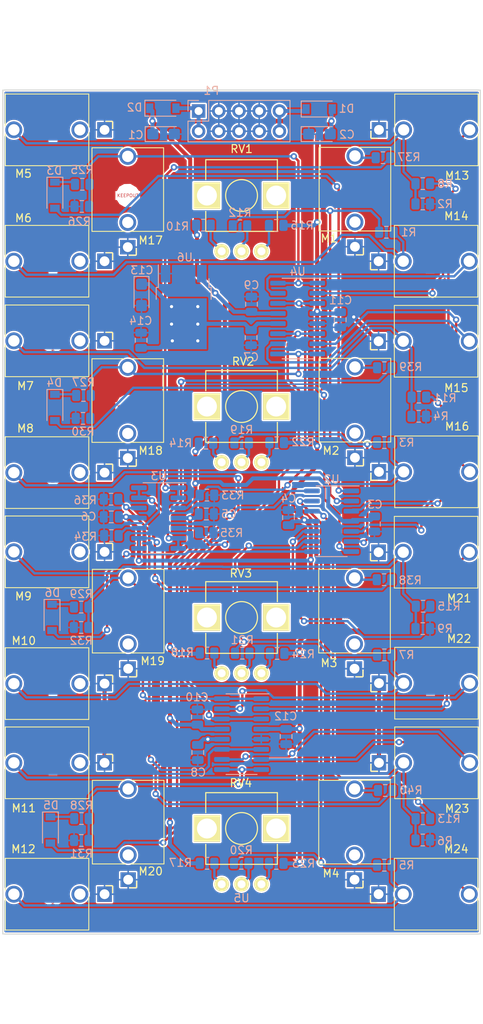
<source format=kicad_pcb>
(kicad_pcb (version 20211014) (generator pcbnew)
  (layers (0 "F.Cu" signal) (31 "B.Cu" signal) (34 "B.Paste" user) (35 "F.Paste" user) (36 "B.SilkS" user "B.Silkscreen") (37 "F.SilkS" user "F.Silkscreen") (38 "B.Mask" user) (39 "F.Mask" user) (44 "Edge.Cuts" user))
  (net 0 "")
  (net 1 "+12V")
  (net 2 "GND")
  (net 3 "-12V")
  (net 4 "+5V")
  (net 5 "Net-(D1-Pad1)")
  (net 6 "Net-(D2-Pad2)")
  (net 7 "Net-(D3-Pad1)")
  (net 8 "Net-(D3-Pad2)")
  (net 9 "Net-(D4-Pad1)")
  (net 10 "Net-(D4-Pad2)")
  (net 11 "Net-(D5-Pad1)")
  (net 12 "Net-(D5-Pad2)")
  (net 13 "Net-(D6-Pad1)")
  (net 14 "Net-(D6-Pad2)")
  (net 16 "COMP1_SWOUT")
  (net 18 "COMP2_SWOUT")
  (net 20 "COMP3_SWOUT")
  (net 22 "COMP4_SWOUT")
  (net 24 "COMP1_IN1")
  (net 26 "COMP1_IN2")
  (net 28 "COMP2_IN1")
  (net 30 "COMP2_IN2")
  (net 32 "COMP3_IN1")
  (net 34 "COMP3_IN2")
  (net 36 "COMP4_IN1")
  (net 38 "COMP4_IN2")
  (net 39 "COMP1_SWIN1")
  (net 40 "COMP1_SWIN2")
  (net 41 "COMP2_SWIN1")
  (net 42 "COMP2_SWIN2")
  (net 44 "COMP1_OUT")
  (net 46 "COMP2_OUT")
  (net 48 "COMP3_OUT")
  (net 50 "COMP4_OUT")
  (net 51 "COMP3_SWIN1")
  (net 52 "COMP3_SWIN2")
  (net 53 "COMP4_SWIN1")
  (net 54 "COMP4_SWIN2")
  (net 55 "Net-(R1-Pad1)")
  (net 56 "Net-(R19-Pad2)")
  (net 57 "Net-(R20-Pad2)")
  (net 58 "Net-(R21-Pad2)")
  (net 59 "Net-(R8-Pad1)")
  (net 60 "Net-(R10-Pad2)")
  (net 61 "Net-(R11-Pad1)")
  (net 62 "Net-(R12-Pad1)")
  (net 63 "Net-(R13-Pad1)")
  (net 64 "Net-(R14-Pad2)")
  (net 65 "Net-(R15-Pad1)")
  (net 66 "Net-(R16-Pad2)")
  (net 67 "Net-(R17-Pad2)")
  (net 68 "Net-(R18-Pad2)")
  (net 69 "Net-(R19-Pad1)")
  (net 70 "Net-(R20-Pad1)")
  (net 71 "Net-(R21-Pad1)")
  (net 72 "Net-(R22-Pad2)")
  (net 73 "Net-(R23-Pad2)")
  (net 74 "Net-(R24-Pad2)")
  (net 75 "/C1SWOUT")
  (net 76 "/C3SWOUT")
  (net 77 "/C2SWOUT")
  (net 78 "/C4SWOUT")
  (net 79 "Net-(R37-Pad2)")
  (net 80 "Net-(R38-Pad2)")
  (net 81 "Net-(R39-Pad2)")
  (net 82 "Net-(R40-Pad2)")
  (footprint "martin module:Jack_3.5mm_QingPu_WQP-PJ398SM_Vertical_CircularHolesKEEPOUT" (layer "F.Cu") (at 129.32 90.65 90)
    (fp_text reference "M15")
    (fp_text value "AUDIO-JACKERTHENVAR-PJ398")
  )
  (footprint "martin module:Jack_3.5mm_QingPu_WQP-PJ398SM_Vertical_CircularHolesKEEPOUT" (layer "F.Cu") (at 94.88 160.1 -90)
    (fp_text reference "M12")
    (fp_text value "AUDIO-JACKERTHENVAR-PJ398")
  )
  (footprint "martin module:Potentiometer_Alps-RK09" (layer "F.Cu") (at 112.1 125.35 90)
    (fp_text reference "RV3")
    (fp_text value "10K")
  )
  (footprint "martin module:Potentiometer_Alps-RK09" (layer "F.Cu") (at 112.1 151.85 90)
    (fp_text reference "RV4")
    (fp_text value "10K")
  )
  (footprint "martin module:Jack_3.5mm_QingPu_WQP-PJ398SM_Vertical_CircularHolesKEEPOUT" (layer "F.Cu") (at 97.85 131.78 180)
    (fp_text reference "M19")
    (fp_text value "AUDIO-JACKERTHENVAR-PJ398")
  )
  (footprint "martin module:Potentiometer_Alps-RK09" (layer "F.Cu") (at 112.1 72.35 90)
    (fp_text reference "RV1")
    (fp_text value "10K")
  )
  (footprint "martin module:Jack_3.5mm_QingPu_WQP-PJ398SM_Vertical_CircularHolesKEEPOUT" (layer "F.Cu") (at 126.35 105.28 180)
    (fp_text reference "M2")
    (fp_text value "AUDIO-JACKERTHENVAR-PJ398")
  )
  (footprint "martin module:Jack_3.5mm_QingPu_WQP-PJ398SM_Vertical_CircularHolesKEEPOUT" (layer "F.Cu") (at 129.32 160.1 90)
    (fp_text reference "M24")
    (fp_text value "AUDIO-JACKERTHENVAR-PJ398")
  )
  (footprint "martin module:Jack_3.5mm_QingPu_WQP-PJ398SM_Vertical_CircularHolesKEEPOUT" (layer "F.Cu") (at 129.37 107.05 90)
    (fp_text reference "M16")
    (fp_text value "AUDIO-JACKERTHENVAR-PJ398")
  )
  (footprint "martin module:Jack_3.5mm_QingPu_WQP-PJ398SM_Vertical_CircularHolesKEEPOUT" (layer "F.Cu") (at 97.8 78.83 180)
    (fp_text reference "M17")
    (fp_text value "AUDIO-JACKERTHENVAR-PJ398")
  )
  (footprint "martin module:Jack_3.5mm_QingPu_WQP-PJ398SM_Vertical_CircularHolesKEEPOUT" (layer "F.Cu") (at 129.32 80.6 90)
    (fp_text reference "M14")
    (fp_text value "AUDIO-JACKERTHENVAR-PJ398")
  )
  (footprint "martin module:Jack_3.5mm_QingPu_WQP-PJ398SM_Vertical_CircularHolesKEEPOUT" (layer "F.Cu") (at 94.88 133.65 -90)
    (fp_text reference "M10")
    (fp_text value "AUDIO-JACKERTHENVAR-PJ398")
  )
  (footprint "martin module:Jack_3.5mm_QingPu_WQP-PJ398SM_Vertical_CircularHolesKEEPOUT" (layer "F.Cu") (at 94.88 80.6 -90)
    (fp_text reference "M6")
    (fp_text value "AUDIO-JACKERTHENVAR-PJ398")
  )
  (footprint "martin module:Jack_3.5mm_QingPu_WQP-PJ398SM_Vertical_CircularHolesKEEPOUT" (layer "F.Cu") (at 94.88 107.15 -90)
    (fp_text reference "M8")
    (fp_text value "AUDIO-JACKERTHENVAR-PJ398")
  )
  (footprint "martin module:Jack_3.5mm_QingPu_WQP-PJ398SM_Vertical_CircularHolesKEEPOUT" (layer "F.Cu") (at 94.88 117.1 -90)
    (fp_text reference "M9")
    (fp_text value "AUDIO-JACKERTHENVAR-PJ398")
  )
  (footprint "martin module:Jack_3.5mm_QingPu_WQP-PJ398SM_Vertical_CircularHolesKEEPOUT" (layer "F.Cu") (at 129.37 143.6 90)
    (fp_text reference "M23")
    (fp_text value "AUDIO-JACKERTHENVAR-PJ398")
  )
  (footprint "martin module:Jack_3.5mm_QingPu_WQP-PJ398SM_Vertical_CircularHolesKEEPOUT" (layer "F.Cu") (at 129.37 133.6 90)
    (fp_text reference "M22")
    (fp_text value "AUDIO-JACKERTHENVAR-PJ398")
  )
  (footprint "martin module:Jack_3.5mm_QingPu_WQP-PJ398SM_Vertical_CircularHolesKEEPOUT" (layer "F.Cu") (at 129.32 117.15 90)
    (fp_text reference "M21")
    (fp_text value "AUDIO-JACKERTHENVAR-PJ398")
  )
  (footprint "martin module:Jack_3.5mm_QingPu_WQP-PJ398SM_Vertical_CircularHolesKEEPOUT" (layer "F.Cu") (at 126.3 131.78 180)
    (fp_text reference "M3")
    (fp_text value "AUDIO-JACKERTHENVAR-PJ398")
  )
  (footprint "martin module:Jack_3.5mm_QingPu_WQP-PJ398SM_Vertical_CircularHolesKEEPOUT" (layer "F.Cu") (at 129.37 64.1 90)
    (fp_text reference "M13")
    (fp_text value "AUDIO-JACKERTHENVAR-PJ398")
  )
  (footprint "martin module:Jack_3.5mm_QingPu_WQP-PJ398SM_Vertical_CircularHolesKEEPOUT" (layer "F.Cu") (at 94.88 64.1 -90)
    (fp_text reference "M5")
    (fp_text value "AUDIO-JACKERTHENVAR-PJ398")
  )
  (footprint "martin module:Jack_3.5mm_QingPu_WQP-PJ398SM_Vertical_CircularHolesKEEPOUT" (layer "F.Cu") (at 126.35 78.78 180)
    (fp_text reference "M1")
    (fp_text value "AUDIO-JACKERTHENVAR-PJ398")
  )
  (footprint "martin module:Jack_3.5mm_QingPu_WQP-PJ398SM_Vertical_CircularHolesKEEPOUT" (layer "F.Cu") (at 97.8 105.33 180)
    (fp_text reference "M18")
    (fp_text value "AUDIO-JACKERTHENVAR-PJ398")
  )
  (footprint "martin module:Jack_3.5mm_QingPu_WQP-PJ398SM_Vertical_CircularHolesKEEPOUT" (layer "F.Cu") (at 97.85 158.28 180)
    (fp_text reference "M20")
    (fp_text value "AUDIO-JACKERTHENVAR-PJ398")
  )
  (footprint "martin module:Jack_3.5mm_QingPu_WQP-PJ398SM_Vertical_CircularHolesKEEPOUT" (layer "F.Cu") (at 126.3 158.28 180)
    (fp_text reference "M4")
    (fp_text value "AUDIO-JACKERTHENVAR-PJ398")
  )
  (footprint "martin module:Jack_3.5mm_QingPu_WQP-PJ398SM_Vertical_CircularHolesKEEPOUT" (layer "F.Cu") (at 94.88 90.6 -90)
    (fp_text reference "M7")
    (fp_text value "AUDIO-JACKERTHENVAR-PJ398")
  )
  (footprint "martin module:Potentiometer_Alps-RK09" (layer "F.Cu") (at 112.1 98.85 90)
    (fp_text reference "RV2")
    (fp_text value "10K")
  )
  (footprint "martin module:Jack_3.5mm_QingPu_WQP-PJ398SM_Vertical_CircularHolesKEEPOUT" (layer "F.Cu") (at 94.88 143.6 -90)
    (fp_text reference "M11")
    (fp_text value "AUDIO-JACKERTHENVAR-PJ398")
  )
  (footprint "Resistor_SMD:R_0805_2012Metric" (layer "B.Cu") (at 130.302 76.962)
    (fp_text reference "R1")
    (fp_text value "10K")
  )
  (footprint "Resistor_SMD:R_0805_2012Metric" (layer "B.Cu") (at 92.08 70.94 180)
    (fp_text reference "R25")
    (fp_text value "1K")
  )
  (footprint "Capacitor_SMD:C_0805_2012Metric" (layer "B.Cu") (at 128.8 113.6 -90)
    (fp_text reference "C3")
    (fp_text value "100N")
  )
  (footprint "Resistor_SMD:R_0805_2012Metric" (layer "B.Cu") (at 130.048 103.378)
    (fp_text reference "R3")
    (fp_text value "10K")
  )
  (footprint "Package_SO:SOIC-14_3.9x8.7mm_P1.27mm" (layer "B.Cu") (at 123.425 113.262 180)
    (fp_text reference "U2")
    (fp_text value "TL074")
  )
  (footprint "Resistor_SMD:R_0805_2012Metric" (layer "B.Cu") (at 134.914 123.934 180)
    (fp_text reference "R15")
    (fp_text value "10K")
  )
  (footprint "Resistor_SMD:R_0805_2012Metric" (layer "B.Cu") (at 92.02 73.72)
    (fp_text reference "R26")
    (fp_text value "1K")
  )
  (footprint "Resistor_SMD:R_0805_2012Metric" (layer "B.Cu") (at 134.89 150.622 180)
    (fp_text reference "R13")
    (fp_text value "10K")
  )
  (footprint "Resistor_SMD:R_0805_2012Metric" (layer "B.Cu") (at 91.95 124.04 180)
    (fp_text reference "R29")
    (fp_text value "1K")
  )
  (footprint "Package_TO_SOT_SMD:TO-252-2" (layer "B.Cu") (at 104.825 86.36 -90)
    (fp_text reference "U6")
    (fp_text value "LM1117-5.0")
  )
  (footprint "Resistor_SMD:R_0805_2012Metric" (layer "B.Cu") (at 134.874 153.294 180)
    (fp_text reference "R6")
    (fp_text value "100K")
  )
  (footprint "Package_SO:SOIC-14_3.9x8.7mm_P1.27mm" (layer "B.Cu") (at 101.675 112.862 180)
    (fp_text reference "U3")
    (fp_text value "TL074")
  )
  (footprint "Capacitor_SMD:C_0805_2012Metric" (layer "B.Cu") (at 113.3 90.2 90)
    (fp_text reference "C7")
    (fp_text value "100NF")
  )
  (footprint "Resistor_SMD:R_0805_2012Metric" (layer "B.Cu") (at 112.19 129.83 180)
    (fp_text reference "R21")
    (fp_text value "10K")
  )
  (footprint "Diode_SMD:D_SOD-123" (layer "B.Cu") (at 102.2 61.383)
    (fp_text reference "D2")
    (fp_text value "1N5158")
  )
  (footprint "Resistor_SMD:R_0805_2012Metric" (layer "B.Cu") (at 107.63 103.45)
    (fp_text reference "R14")
    (fp_text value "10k")
  )
  (footprint "Capacitor_SMD:C_0805_2012Metric" (layer "B.Cu") (at 107.675 112.35)
    (fp_text reference "C5")
    (fp_text value "100N")
  )
  (footprint "Resistor_SMD:R_0805_2012Metric" (layer "B.Cu") (at 130.1625 147.075)
    (fp_text reference "R40")
    (fp_text value "1K")
  )
  (footprint "Diode_SMD:D_SOD-123" (layer "B.Cu") (at 88.64 72.3 -90)
    (fp_text reference "D3")
    (fp_text value "1N4148")
  )
  (footprint "Diode_SMD:D_SOD-123" (layer "B.Cu") (at 121.85 61.483)
    (fp_text reference "D1")
    (fp_text value "1N5158")
  )
  (footprint "Resistor_SMD:R_0805_2012Metric" (layer "B.Cu") (at 116.4625 156.23 180)
    (fp_text reference "R23")
    (fp_text value "10k")
  )
  (footprint "Capacitor_Tantalum_SMD:CP_EIA-3216-18_Kemet-A" (layer "B.Cu") (at 99.525 84.825 -90)
    (fp_text reference "C13")
    (fp_text value "10u")
  )
  (footprint "Resistor_SMD:R_0805_2012Metric" (layer "B.Cu") (at 130.048 130.048)
    (fp_text reference "R7")
    (fp_text value "10K")
  )
  (footprint "Capacitor_SMD:C_0805_2012Metric" (layer "B.Cu") (at 95.725 112.712)
    (fp_text reference "C6")
    (fp_text value "100N")
  )
  (footprint "Resistor_SMD:R_0805_2012Metric" (layer "B.Cu") (at 116.51 103.39 180)
    (fp_text reference "R22")
    (fp_text value "10k")
  )
  (footprint "Resistor_SMD:R_0805_2012Metric" (layer "B.Cu") (at 95.7 110.49)
    (fp_text reference "R36")
    (fp_text value "100K")
  )
  (footprint "Resistor_SMD:R_0805_2012Metric" (layer "B.Cu") (at 130.0125 120.6)
    (fp_text reference "R38")
    (fp_text value "1K")
  )
  (footprint "Capacitor_Tantalum_SMD:CP_EIA-3216-18_Kemet-A" (layer "B.Cu") (at 121.9 64.633)
    (fp_text reference "C2")
    (fp_text value "10u")
  )
  (footprint "Package_SO:SOIC-16_3.9x9.9mm_P1.27mm" (layer "B.Cu") (at 119.15 87.8 180)
    (fp_text reference "U4")
    (fp_text value "ADG413BNZ")
  )
  (footprint "Resistor_SMD:R_0805_2012Metric" (layer "B.Cu") (at 107.77 129.81)
    (fp_text reference "R18")
    (fp_text value "10k")
  )
  (footprint "Resistor_SMD:R_0805_2012Metric" (layer "B.Cu") (at 95.7375 115.062)
    (fp_text reference "R34")
    (fp_text value "100K")
  )
  (footprint "Connector_PinHeader_2.54mm:PinHeader_2x05_P2.54mm_Vertical" (layer "B.Cu") (at 106.7 61.733 -90)
    (fp_text reference "P1")
    (fp_text value "CONN_02X05")
  )
  (footprint "Resistor_SMD:R_0805_2012Metric" (layer "B.Cu") (at 107.77 156.22)
    (fp_text reference "R17")
    (fp_text value "10k")
  )
  (footprint "Capacitor_SMD:C_0805_2012Metric" (layer "B.Cu") (at 99.475 90.525 90)
    (fp_text reference "C14")
    (fp_text value "100N")
  )
  (footprint "Resistor_SMD:R_0805_2012Metric" (layer "B.Cu") (at 112.11 103.42 180)
    (fp_text reference "R19")
    (fp_text value "10K")
  )
  (footprint "Capacitor_SMD:C_0805_2012Metric" (layer "B.Cu") (at 124.5 87.95 90)
    (fp_text reference "C11")
    (fp_text value "100NF")
  )
  (footprint "Package_SO:SOIC-16_3.9x9.9mm_P1.27mm" (layer "B.Cu") (at 112.1 140 180)
    (fp_text reference "U5")
    (fp_text value "ADG413BNZ")
  )
  (footprint "Resistor_SMD:R_0805_2012Metric" (layer "B.Cu") (at 134.874 126.746 180)
    (fp_text reference "R9")
    (fp_text value "100K")
  )
  (footprint "Resistor_SMD:R_0805_2012Metric" (layer "B.Cu") (at 112.0625 156.22 180)
    (fp_text reference "R20")
    (fp_text value "10K")
  )
  (footprint "Diode_SMD:D_SOD-123" (layer "B.Cu") (at 88.28 125.33 -90)
    (fp_text reference "D6")
    (fp_text value "1N4148")
  )
  (footprint "Resistor_SMD:R_0805_2012Metric" (layer "B.Cu") (at 134.874 73.406 180)
    (fp_text reference "R2")
    (fp_text value "100K")
  )
  (footprint "Resistor_SMD:R_0805_2012Metric" (layer "B.Cu") (at 130.05 93.975)
    (fp_text reference "R39")
    (fp_text value "1K")
  )
  (footprint "Capacitor_SMD:C_0805_2012Metric" (layer "B.Cu") (at 113.35 86 -90)
    (fp_text reference "C9")
    (fp_text value "100NF")
  )
  (footprint "Resistor_SMD:R_0805_2012Metric" (layer "B.Cu") (at 134.874 70.856 180)
    (fp_text reference "R8")
    (fp_text value "10K")
  )
  (footprint "Resistor_SMD:R_0805_2012Metric" (layer "B.Cu") (at 107.3 76.07)
    (fp_text reference "R10")
    (fp_text value "10k")
  )
  (footprint "Resistor_SMD:R_0805_2012Metric" (layer "B.Cu") (at 129.875 67.6)
    (fp_text reference "R37")
    (fp_text value "1K")
  )
  (footprint "Resistor_SMD:R_0805_2012Metric" (layer "B.Cu") (at 91.98 150.6 180)
    (fp_text reference "R28")
    (fp_text value "1K")
  )
  (footprint "Capacitor_SMD:C_0805_2012Metric" (layer "B.Cu") (at 118 112.8 -90)
    (fp_text reference "C4")
    (fp_text value "100N")
  )
  (footprint "Resistor_SMD:R_0805_2012Metric" (layer "B.Cu") (at 92.17 100.34)
    (fp_text reference "R30")
    (fp_text value "1K")
  )
  (footprint "Capacitor_Tantalum_SMD:CP_EIA-3216-18_Kemet-A" (layer "B.Cu") (at 102.3 64.633)
    (fp_text reference "C1")
    (fp_text value "10u")
  )
  (footprint "Resistor_SMD:R_0805_2012Metric" (layer "B.Cu") (at 111.9 76.15 180)
    (fp_text reference "R12")
    (fp_text value "10K")
  )
  (footprint "Capacitor_SMD:C_0805_2012Metric" (layer "B.Cu") (at 117.7 140.3 90)
    (fp_text reference "C12")
    (fp_text value "100NF")
  )
  (footprint "Resistor_SMD:R_0805_2012Metric" (layer "B.Cu") (at 91.96 153.35)
    (fp_text reference "R31")
    (fp_text value "1K")
  )
  (footprint "Capacitor_SMD:C_0805_2012Metric" (layer "B.Cu") (at 106.6 142.3 90)
    (fp_text reference "C8")
    (fp_text value "100NF")
  )
  (footprint "Resistor_SMD:R_0805_2012Metric" (layer "B.Cu") (at 107.75 109.975 180)
    (fp_text reference "R33")
    (fp_text value "100K")
  )
  (footprint "Resistor_SMD:R_0805_2012Metric" (layer "B.Cu") (at 116.46 76.1 180)
    (fp_text reference "R16")
    (fp_text value "10k")
  )
  (footprint "Capacitor_SMD:C_0805_2012Metric" (layer "B.Cu") (at 106.55 137.85 -90)
    (fp_text reference "C10")
    (fp_text value "100NF")
  )
  (footprint "Diode_SMD:D_SOD-123" (layer "B.Cu") (at 88.64 98.96 -90)
    (fp_text reference "D4")
    (fp_text value "1N4148")
  )
  (footprint "Diode_SMD:D_SOD-123" (layer "B.Cu") (at 88.08 152.03 -90)
    (fp_text reference "D5")
    (fp_text value "1N4148")
  )
  (footprint "Resistor_SMD:R_0805_2012Metric" (layer "B.Cu") (at 130.048 156.464)
    (fp_text reference "R5")
    (fp_text value "10K")
  )
  (footprint "Resistor_SMD:R_0805_2012Metric" (layer "B.Cu") (at 107.6625 114.7 180)
    (fp_text reference "R35")
    (fp_text value "100K")
  )
  (footprint "Resistor_SMD:R_0805_2012Metric" (layer "B.Cu") (at 134.387428 97.666 180)
    (fp_text reference "R11")
    (fp_text value "10K")
  )
  (footprint "Resistor_SMD:R_0805_2012Metric" (layer "B.Cu") (at 134.366 100.076 180)
    (fp_text reference "R4")
    (fp_text value "100K")
  )
  (footprint "Resistor_SMD:R_0805_2012Metric" (layer "B.Cu") (at 91.94 126.6)
    (fp_text reference "R32")
    (fp_text value "1K")
  )
  (footprint "Resistor_SMD:R_0805_2012Metric" (layer "B.Cu") (at 116.57 129.86 180)
    (fp_text reference "R24")
    (fp_text value "10k")
  )
  (footprint "Resistor_SMD:R_0805_2012Metric" (layer "B.Cu") (at 92.23 97.46 180)
    (fp_text reference "R27")
    (fp_text value "1K")
  )
  (gr_line (start 82.1 165.1) (end 142.1 165.1) (layer "Edge.Cuts") (width 0.12))
  (gr_line (start 82.1 59.1) (end 82.1 165.1) (layer "Edge.Cuts") (width 0.12))
  (gr_line (start 142.1 59.1) (end 82.1 59.1) (layer "Edge.Cuts") (width 0.12))
  (gr_line (start 142.1 165.1) (end 142.1 59.1) (layer "Edge.Cuts") (width 0.12))
  (segment (start 103.099998 137.999998) (end 103.1 138) (width 0.5) (layer "F.Cu") (net 1))
  (segment (start 106.300002 112.199998) (end 105.638 112.862) (width 0.5) (layer "F.Cu") (net 1))
  (segment (start 105.638 115.962) (end 103.1 118.5) (width 0.5) (layer "F.Cu") (net 1))
  (segment (start 105.638 112.862) (end 105.638 115.962) (width 0.5) (layer "F.Cu") (net 1))
  (segment (start 108.8 84.6) (end 110 85.8) (width 0.5) (layer "F.Cu") (net 1))
  (segment (start 103.1 138) (end 103.1 151.1) (width 0.5) (layer "F.Cu") (net 1))
  (segment (start 100.9 63) (end 105.65 67.75) (width 0.5) (layer "F.Cu") (net 1))
  (segment (start 103.1 118.5) (end 103.1 129.1) (width 0.5) (layer "F.Cu") (net 1))
  (segment (start 106.5 82.3) (end 108.8 84.6) (width 0.5) (layer "F.Cu") (net 1))
  (segment (start 106.300002 108.499998) (end 106.300002 112.199998) (width 0.5) (layer "F.Cu") (net 1))
  (segment (start 105.65 76.45) (end 106.5 77.3) (width 0.5) (layer "F.Cu") (net 1))
  (segment (start 105.65 67.75) (end 105.65 76.45) (width 0.5) (layer "F.Cu") (net 1))
  (segment (start 106.5 77.3) (end 106.5 82.3) (width 0.5) (layer "F.Cu") (net 1))
  (segment (start 103.099998 129.099999) (end 103.099998 137.999998) (width 0.5) (layer "F.Cu") (net 1))
  (segment (start 110 85.8) (end 110 100.8) (width 0.5) (layer "F.Cu") (net 1))
  (segment (start 106.300002 104.5) (end 106.300002 108.499998) (width 0.5) (layer "F.Cu") (net 1))
  (segment (start 110 100.8) (end 106.300002 104.5) (width 0.5) (layer "F.Cu") (net 1))
  (via (at 106.300002 108.499998) (size 0.8) (drill 0.4) (layers "F.Cu" "B.Cu") (net 1))
  (via (at 103.1 151.1) (size 0.8) (drill 0.4) (layers "F.Cu" "B.Cu") (net 1))
  (via (at 103.1 138) (size 0.8) (drill 0.4) (layers "F.Cu" "B.Cu") (net 1))
  (via (at 103.099998 129.099999) (size 0.8) (drill 0.4) (layers "F.Cu" "B.Cu") (net 1))
  (via (at 100.9 63) (size 0.8) (drill 0.4) (layers "F.Cu" "B.Cu") (net 1))
  (via (at 106.5 77.3) (size 0.8) (drill 0.4) (layers "F.Cu" "B.Cu") (net 1))
  (via (at 106.300002 104.5) (size 0.8) (drill 0.4) (layers "F.Cu" "B.Cu") (net 1))
  (via (at 108.8 84.6) (size 0.8) (drill 0.4) (layers "F.Cu" "B.Cu") (net 1))
  (via (at 105.638 112.862) (size 0.8) (drill 0.4) (layers "F.Cu" "B.Cu") (net 1))
  (segment (start 116.675 87.165) (end 115.035 87.165) (width 0.5) (layer "B.Cu") (net 1))
  (segment (start 109.79635 108.7) (end 109.421849 108.325499) (width 0.5) (layer "B.Cu") (net 1))
  (segment (start 115.035 87.165) (end 113.565 87.165) (width 0.5) (layer "B.Cu") (net 1))
  (segment (start 128.349501 113.100499) (end 128.8 112.65) (width 0.5) (layer "B.Cu") (net 1))
  (segment (start 105.638 112.862) (end 106.213 112.862) (width 0.5) (layer "B.Cu") (net 1))
  (segment (start 106.7675 129.9) (end 103.899999 129.9) (width 0.5) (layer "B.Cu") (net 1))
  (segment (start 111.15 86.95) (end 107.105 82.905) (width 0.5) (layer "B.Cu") (net 1))
  (segment (start 124.862 113.262) (end 123 111.4) (width 0.5) (layer "B.Cu") (net 1))
  (segment (start 125.9 113.262) (end 124.862 113.262) (width 0.5) (layer "B.Cu") (net 1))
  (segment (start 109.421849 108.325499) (end 106.474501 108.325499) (width 0.5) (layer "B.Cu") (net 1))
  (segment (start 107.115 139.365) (end 107.935 139.365) (width 0.5) (layer "B.Cu") (net 1))
  (segment (start 121.876194 107.876194) (end 113.523806 107.876194) (width 0.5) (layer "B.Cu") (net 1))
  (segment (start 107.935 139.365) (end 109.625 139.365) (width 0.5) (layer "B.Cu") (net 1))
  (segment (start 100.55 61.383) (end 100.9 61.733) (width 0.5) (layer "B.Cu") (net 1))
  (segment (start 106.7175 103.45) (end 106.7175 104.082502) (width 0.5) (layer "B.Cu") (net 1))
  (segment (start 123 109) (end 121.876194 107.876194) (width 0.5) (layer "B.Cu") (net 1))
  (segment (start 100.9 64.583) (end 100.95 64.633) (width 0.5) (layer "B.Cu") (net 1))
  (segment (start 126.061501 113.100499) (end 128.349501 113.100499) (width 0.5) (layer "B.Cu") (net 1))
  (segment (start 103.899999 129.9) (end 103.099998 129.099999) (width 0.5) (layer "B.Cu") (net 1))
  (segment (start 106.474501 108.325499) (end 106.300002 108.499998) (width 0.5) (layer "B.Cu") (net 1))
  (segment (start 123 111.4) (end 123 109) (width 0.5) (layer "B.Cu") (net 1))
  (segment (start 113.35 86.95) (end 111.15 86.95) (width 0.5) (layer "B.Cu") (net 1))
  (segment (start 112.7 108.7) (end 109.79635 108.7) (width 0.5) (layer "B.Cu") (net 1))
  (segment (start 125.9 113.262) (end 126.061501 113.100499) (width 0.5) (layer "B.Cu") (net 1))
  (segment (start 106.3875 77.1875) (end 106.5 77.3) (width 0.5) (layer "B.Cu") (net 1))
  (segment (start 113.565 87.165) (end 113.35 86.95) (width 0.5) (layer "B.Cu") (net 1))
  (segment (start 113.523806 107.876194) (end 112.7 108.7) (width 0.5) (layer "B.Cu") (net 1))
  (segment (start 106.7175 104.082502) (end 106.300002 104.5) (width 0.5) (layer "B.Cu") (net 1))
  (segment (start 100.9 63) (end 100.9 64.583) (width 0.5) (layer "B.Cu") (net 1))
  (segment (start 106.213 112.862) (end 106.725 112.35) (width 0.5) (layer "B.Cu") (net 1))
  (segment (start 106.3875 76.07) (end 106.3875 77.1875) (width 0.5) (layer "B.Cu") (net 1))
  (segment (start 103.1 153.9) (end 105.42 156.22) (width 0.5) (layer "B.Cu") (net 1))
  (segment (start 106.8575 129.81) (end 106.7675 129.9) (width 0.5) (layer "B.Cu") (net 1))
  (segment (start 100.9 61.733) (end 100.9 63) (width 0.5) (layer "B.Cu") (net 1))
  (segment (start 104.15 112.862) (end 105.638 112.862) (width 0.5) (layer "B.Cu") (net 1))
  (segment (start 106.55 138.8) (end 107.115 139.365) (width 0.5) (layer "B.Cu") (net 1))
  (segment (start 107.105 82.905) (end 107.105 82.16) (width 0.5) (layer "B.Cu") (net 1))
  (segment (start 105.42 156.22) (end 106.8575 156.22) (width 0.5) (layer "B.Cu") (net 1))
  (segment (start 106.55 138.8) (end 103.9 138.8) (width 0.5) (layer "B.Cu") (net 1))
  (segment (start 103.1 151.1) (end 103.1 153.9) (width 0.5) (layer "B.Cu") (net 1))
  (segment (start 103.9 138.8) (end 103.1 138) (width 0.5) (layer "B.Cu") (net 1))
  (segment (start 129.37 143.6) (end 129.37 133.6) (width 0.5) (layer "F.Cu") (net 2))
  (segment (start 129.25 90.65) (end 126.2 87.6) (width 0.5) (layer "F.Cu") (net 2))
  (segment (start 129.32 90.65) (end 129.25 90.65) (width 0.5) (layer "F.Cu") (net 2))
  (segment (start 94.88 133.65) (end 94.88 143.6) (width 0.5) (layer "F.Cu") (net 2))
  (via (at 126.2 87.6) (size 0.8) (drill 0.4) (layers "F.Cu" "B.Cu") (net 2))
  (segment (start 124.9 88.9) (end 126.2 87.6) (width 0.5) (layer "B.Cu") (net 2))
  (segment (start 124.5 88.9) (end 124.9 88.9) (width 0.5) (layer "B.Cu") (net 2))
  (segment (start 97.588 112.712) (end 99.2 114.324) (width 0.5) (layer "F.Cu") (net 3))
  (segment (start 119.4 139.3) (end 119.4 129.7) (width 0.5) (layer "F.Cu") (net 3))
  (segment (start 120.8 113.9) (end 120 113.1) (width 0.5) (layer "F.Cu") (net 3))
  (segment (start 121.6 106.3) (end 121.6 103.8) (width 0.5) (layer "F.Cu") (net 3))
  (segment (start 119.4 156) (end 119.4 139.3) (width 0.5) (layer "F.Cu") (net 3))
  (segment (start 121.6 75.7) (end 121.6 64.8) (width 0.5) (layer "F.Cu") (net 3))
  (segment (start 121.6 86.9) (end 121.6 75.7) (width 0.5) (layer "F.Cu") (net 3))
  (segment (start 118.6 111.7) (end 118.6 109.3) (width 0.5) (layer "F.Cu") (net 3))
  (segment (start 121.6 64.8) (end 123.4 63) (width 0.5) (layer "F.Cu") (net 3))
  (segment (start 120.8 118.1) (end 120.8 113.9) (width 0.5) (layer "F.Cu") (net 3))
  (segment (start 121.6 103.8) (end 121.6 86.9) (width 0.5) (layer "F.Cu") (net 3))
  (segment (start 118.6 109.3) (end 121.6 106.3) (width 0.5) (layer "F.Cu") (net 3))
  (segment (start 120 113.1) (end 118.6 111.7) (width 0.5) (layer "F.Cu") (net 3))
  (segment (start 119.4 129.7) (end 119.4 128.3) (width 0.5) (layer "F.Cu") (net 3))
  (segment (start 120.8 126.9) (end 120.8 118.1) (width 0.5) (layer "F.Cu") (net 3))
  (segment (start 99.2 114.324) (end 99.2 118.2) (width 0.5) (layer "F.Cu") (net 3))
  (segment (start 119.4 128.3) (end 120.8 126.9) (width 0.5) (layer "F.Cu") (net 3))
  (via (at 121.6 103.8) (size 0.8) (drill 0.4) (layers "F.Cu" "B.Cu") (net 3))
  (via (at 119.4 129.7) (size 0.8) (drill 0.4) (layers "F.Cu" "B.Cu") (net 3))
  (via (at 121.6 75.7) (size 0.8) (drill 0.4) (layers "F.Cu" "B.Cu") (net 3))
  (via (at 120 113.1) (size 0.8) (drill 0.4) (layers "F.Cu" "B.Cu") (net 3))
  (via (at 119.4 156) (size 0.8) (drill 0.4) (layers "F.Cu" "B.Cu") (net 3))
  (via (at 119.4 139.3) (size 0.8) (drill 0.4) (layers "F.Cu" "B.Cu") (net 3))
  (via (at 121.6 86.9) (size 0.8) (drill 0.4) (layers "F.Cu" "B.Cu") (net 3))
  (via (at 99.2 118.2) (size 0.8) (drill 0.4) (layers "F.Cu" "B.Cu") (net 3))
  (via (at 120.8 118.1) (size 0.8) (drill 0.4) (layers "F.Cu" "B.Cu") (net 3))
  (via (at 123.4 63) (size 0.8) (drill 0.4) (layers "F.Cu" "B.Cu") (net 3))
  (via (at 97.588 112.712) (size 0.8) (drill 0.4) (layers "F.Cu" "B.Cu") (net 3))
  (segment (start 117.375 156.23) (end 119.17 156.23) (width 0.5) (layer "B.Cu") (net 3))
  (segment (start 123.4 61.583) (end 123.5 61.483) (width 0.5) (layer "B.Cu") (net 3))
  (segment (start 117.4225 103.39) (end 121.19 103.39) (width 0.5) (layer "B.Cu") (net 3))
  (segment (start 119.17 156.23) (end 119.4 156) (width 0.5) (layer "B.Cu") (net 3))
  (segment (start 123.25 64.633) (end 123.4 64.483) (width 0.5) (layer "B.Cu") (net 3))
  (segment (start 119.35 139.35) (end 119.4 139.3) (width 0.5) (layer "B.Cu") (net 3))
  (segment (start 124.335 87.165) (end 124.5 87) (width 0.5) (layer "B.Cu") (net 3))
  (segment (start 117.7 139.35) (end 119.35 139.35) (width 0.5) (layer "B.Cu") (net 3))
  (segment (start 114.59 139.35) (end 114.575 139.365) (width 0.5) (layer "B.Cu") (net 3))
  (segment (start 97.588 112.712) (end 99.05 112.712) (width 0.5) (layer "B.Cu") (net 3))
  (segment (start 121.19 103.39) (end 121.6 103.8) (width 0.5) (layer "B.Cu") (net 3))
  (segment (start 120.95 113.262) (end 118.488 113.262) (width 0.5) (layer "B.Cu") (net 3))
  (segment (start 99.2 118.2) (end 120.7 118.2) (width 0.5) (layer "B.Cu") (net 3))
  (segment (start 96.675 112.712) (end 97.588 112.712) (width 0.5) (layer "B.Cu") (net 3))
  (segment (start 117.4825 129.86) (end 119.24 129.86) (width 0.5) (layer "B.Cu") (net 3))
  (segment (start 99.05 112.712) (end 99.2 112.862) (width 0.5) (layer "B.Cu") (net 3))
  (segment (start 117.7 139.35) (end 114.59 139.35) (width 0.5) (layer "B.Cu") (net 3))
  (segment (start 121.2 76.1) (end 121.6 75.7) (width 0.5) (layer "B.Cu") (net 3))
  (segment (start 121.625 87.165) (end 124.335 87.165) (width 0.5) (layer "B.Cu") (net 3))
  (segment (start 119.24 129.86) (end 119.4 129.7) (width 0.5) (layer "B.Cu") (net 3))
  (segment (start 120.7 118.2) (end 120.8 118.1) (width 0.5) (layer "B.Cu") (net 3))
  (segment (start 123.4 64.483) (end 123.4 61.583) (width 0.5) (layer "B.Cu") (net 3))
  (segment (start 117.3725 76.1) (end 121.2 76.1) (width 0.5) (layer "B.Cu") (net 3))
  (segment (start 118.488 113.262) (end 118 113.75) (width 0.5) (layer "B.Cu") (net 3))
  (via (at 106.6 90.6) (size 0.8) (drill 0.4) (layers "F.Cu" "B.Cu") (net 4))
  (via (at 106.6 88.5) (size 0.8) (drill 0.4) (layers "F.Cu" "B.Cu") (net 4))
  (via (at 103.3 86.3) (size 0.8) (drill 0.4) (layers "F.Cu" "B.Cu") (net 4))
  (via (at 103.4 90.6) (size 0.8) (drill 0.4) (layers "F.Cu" "B.Cu") (net 4))
  (via (at 106.6 86.3) (size 0.8) (drill 0.4) (layers "F.Cu" "B.Cu") (net 4))
  (via (at 107.865 140.635) (size 0.8) (drill 0.4) (layers "F.Cu" "B.Cu") (net 4))
  (via (at 103.3 88.5) (size 0.8) (drill 0.4) (layers "F.Cu" "B.Cu") (net 4))
  (segment (start 107.865 140.635) (end 109.625 140.635) (width 0.5) (layer "B.Cu") (net 4))
  (segment (start 113.3 89.25) (end 112.51 88.46) (width 0.5) (layer "B.Cu") (net 4))
  (segment (start 99.475 91.475) (end 101.81 91.475) (width 0.5) (layer "B.Cu") (net 4))
  (segment (start 114.115 88.435) (end 116.675 88.435) (width 0.5) (layer "B.Cu") (net 4))
  (segment (start 113.3 89.25) (end 114.115 88.435) (width 0.5) (layer "B.Cu") (net 4))
  (segment (start 100.475 83.475) (end 103.3 86.3) (width 0.5) (layer "B.Cu") (net 4))
  (segment (start 112.51 88.46) (end 104.825 88.46) (width 0.5) (layer "B.Cu") (net 4))
  (segment (start 106.6 141.35) (end 107.315 140.635) (width 0.5) (layer "B.Cu") (net 4))
  (segment (start 99.525 83.475) (end 100.475 83.475) (width 0.5) (layer "B.Cu") (net 4))
  (segment (start 107.315 140.635) (end 107.865 140.635) (width 0.5) (layer "B.Cu") (net 4))
  (segment (start 101.81 91.475) (end 104.825 88.46) (width 0.5) (layer "B.Cu") (net 4))
  (segment (start 119.95 61.733) (end 120.2 61.483) (width 0.5) (layer "B.Cu") (net 5))
  (segment (start 116.86 61.733) (end 119.95 61.733) (width 0.5) (layer "B.Cu") (net 5))
  (segment (start 116.86 64.273) (end 116.86 61.733) (width 0.5) (layer "B.Cu") (net 5))
  (segment (start 103.85 61.383) (end 106.35 61.383) (width 0.5) (layer "B.Cu") (net 6))
  (segment (start 106.7 64.273) (end 106.7 61.733) (width 0.5) (layer "B.Cu") (net 6))
  (segment (start 106.35 61.383) (end 106.7 61.733) (width 0.5) (layer "B.Cu") (net 6))
  (segment (start 90.8775 70.65) (end 91.1675 70.94) (width 0.3) (layer "B.Cu") (net 7))
  (segment (start 88.64 70.65) (end 90.8775 70.65) (width 0.3) (layer "B.Cu") (net 7))
  (segment (start 124.3 109.4) (end 124.3 71.4) (width 0.3) (layer "F.Cu") (net 8))
  (segment (start 124.3 71.4) (end 124.1 71.2) (width 0.3) (layer "F.Cu") (net 8))
  (via (at 124.3 109.4) (size 0.8) (drill 0.4) (layers "F.Cu" "B.Cu") (net 8))
  (via (at 124.1 71.2) (size 0.8) (drill 0.4) (layers "F.Cu" "B.Cu") (net 8))
  (segment (start 101.628887 69.9) (end 122.8 69.9) (width 0.3) (layer "B.Cu") (net 8))
  (segment (start 124.352 109.452) (end 124.3 109.4) (width 0.3) (layer "B.Cu") (net 8))
  (segment (start 96.758887 74.77) (end 101.628887 69.9) (width 0.3) (layer "B.Cu") (net 8))
  (segment (start 89.46 74.77) (end 96.758887 74.77) (width 0.3) (layer "B.Cu") (net 8))
  (segment (start 122.8 69.9) (end 124.1 71.2) (width 0.3) (layer "B.Cu") (net 8))
  (segment (start 88.64 73.95) (end 89.46 74.77) (width 0.3) (layer "B.Cu") (net 8))
  (segment (start 125.9 109.452) (end 124.352 109.452) (width 0.3) (layer "B.Cu") (net 8))
  (segment (start 88.64 97.31) (end 91.1675 97.31) (width 0.3) (layer "B.Cu") (net 9))
  (segment (start 91.1675 97.31) (end 91.3175 97.46) (width 0.3) (layer "B.Cu") (net 9))
  (segment (start 122.5 110.5) (end 122.5 97.4505) (width 0.3) (layer "F.Cu") (net 10))
  (segment (start 124.4 112.4) (end 122.5 110.5) (width 0.3) (layer "F.Cu") (net 10))
  (segment (start 122.5 97.4505) (end 122.4495 97.4) (width 0.3) (layer "F.Cu") (net 10))
  (segment (start 124.4 116.4) (end 124.4 112.4) (width 0.3) (layer "F.Cu") (net 10))
  (via (at 124.4 116.4) (size 0.8) (drill 0.4) (layers "F.Cu" "B.Cu") (net 10))
  (via (at 122.4495 97.4) (size 0.8) (drill 0.4) (layers "F.Cu" "B.Cu") (net 10))
  (segment (start 125.072 117.072) (end 124.4 116.4) (width 0.3) (layer "B.Cu") (net 10))
  (segment (start 88.64 100.61) (end 89.42 101.39) (width 0.3) (layer "B.Cu") (net 10))
  (segment (start 98.483528 96.5) (end 121.5495 96.5) (width 0.3) (layer "B.Cu") (net 10))
  (segment (start 89.42 101.39) (end 93.593528 101.39) (width 0.3) (layer "B.Cu") (net 10))
  (segment (start 121.5495 96.5) (end 122.4495 97.4) (width 0.3) (layer "B.Cu") (net 10))
  (segment (start 93.593528 101.39) (end 98.483528 96.5) (width 0.3) (layer "B.Cu") (net 10))
  (segment (start 125.9 117.072) (end 125.072 117.072) (width 0.3) (layer "B.Cu") (net 10))
  (segment (start 90.8475 150.38) (end 88.08 150.38) (width 0.3) (layer "B.Cu") (net 11))
  (segment (start 91.0675 150.6) (end 90.8475 150.38) (width 0.3) (layer "B.Cu") (net 11))
  (segment (start 110.6 112.600002) (end 104 119.2) (width 0.3) (layer "F.Cu") (net 12))
  (segment (start 104 119.2) (end 104 151.874392) (width 0.3) (layer "F.Cu") (net 12))
  (segment (start 104 151.874392) (end 102.2505 153.623892) (width 0.3) (layer "F.Cu") (net 12))
  (via (at 102.2505 153.623892) (size 0.8) (drill 0.4) (layers "F.Cu" "B.Cu") (net 12))
  (via (at 110.6 112.600002) (size 0.8) (drill 0.4) (layers "F.Cu" "B.Cu") (net 12))
  (segment (start 120.95 109.452) (end 118.251234 109.452) (width 0.3) (layer "B.Cu") (net 12))
  (segment (start 118.251234 109.452) (end 116.178733 111.524501) (width 0.3) (layer "B.Cu") (net 12))
  (segment (start 116.178733 111.524501) (end 111.675501 111.524501) (width 0.3) (layer "B.Cu") (net 12))
  (segment (start 97.404995 153.623892) (end 102.2505 153.623892) (width 0.3) (layer "B.Cu") (net 12))
  (segment (start 89 154.6) (end 96.428887 154.6) (width 0.3) (layer "B.Cu") (net 12))
  (segment (start 96.428887 154.6) (end 97.404995 153.623892) (width 0.3) (layer "B.Cu") (net 12))
  (segment (start 88.08 153.68) (end 89 154.6) (width 0.3) (layer "B.Cu") (net 12))
  (segment (start 111.675501 111.524501) (end 110.6 112.600002) (width 0.3) (layer "B.Cu") (net 12))
  (segment (start 88.28 123.68) (end 90.6775 123.68) (width 0.3) (layer "B.Cu") (net 13))
  (segment (start 90.6775 123.68) (end 91.0375 124.04) (width 0.3) (layer "B.Cu") (net 13))
  (segment (start 95.2 119.781052) (end 97.630552 117.3505) (width 0.3) (layer "F.Cu") (net 14))
  (segment (start 95.2 126.9) (end 95.2 119.781052) (width 0.3) (layer "F.Cu") (net 14))
  (via (at 97.630552 117.3505) (size 0.8) (drill 0.4) (layers "F.Cu" "B.Cu") (net 14))
  (via (at 95.2 126.9) (size 0.8) (drill 0.4) (layers "F.Cu" "B.Cu") (net 14))
  (segment (start 97.680052 117.4) (end 97.630552 117.3505) (width 0.3) (layer "B.Cu") (net 14))
  (segment (start 94.3 127.8) (end 95.2 126.9) (width 0.3) (layer "B.Cu") (net 14))
  (segment (start 105.104107 117.4) (end 97.680052 117.4) (width 0.3) (layer "B.Cu") (net 14))
  (segment (start 89.1 127.8) (end 94.3 127.8) (width 0.3) (layer "B.Cu") (net 14))
  (segment (start 88.28 126.98) (end 89.1 127.8) (width 0.3) (layer "B.Cu") (net 14))
  (segment (start 105.432107 117.072) (end 105.104107 117.4) (width 0.3) (layer "B.Cu") (net 14))
  (segment (start 120.95 117.072) (end 105.432107 117.072) (width 0.3) (layer "B.Cu") (net 14))
  (segment (start 126.92 67.6) (end 126.7 67.38) (width 0.3) (layer "B.Cu") (net 16))
  (segment (start 128.9625 67.6) (end 126.92 67.6) (width 0.3) (layer "B.Cu") (net 16))
  (segment (start 126.795 93.975) (end 126.7 93.88) (width 0.3) (layer "B.Cu") (net 18))
  (segment (start 129.1375 93.975) (end 126.795 93.975) (width 0.3) (layer "B.Cu") (net 18))
  (segment (start 129.1 120.6) (end 126.87 120.6) (width 0.3) (layer "B.Cu") (net 20))
  (segment (start 126.87 120.6) (end 126.65 120.38) (width 0.3) (layer "B.Cu") (net 20))
  (segment (start 129.25 147.075) (end 126.845 147.075) (width 0.3) (layer "B.Cu") (net 22))
  (segment (start 126.845 147.075) (end 126.65 146.88) (width 0.3) (layer "B.Cu") (net 22))
  (segment (start 132.47 69.3645) (end 133.9615 70.856) (width 0.3) (layer "B.Cu") (net 24))
  (segment (start 133.9615 70.856) (end 133.9615 73.406) (width 0.3) (layer "B.Cu") (net 24))
  (segment (start 85.066 65.786) (end 83.38 64.1) (width 0.3) (layer "B.Cu") (net 24))
  (segment (start 130.784 65.786) (end 85.066 65.786) (width 0.3) (layer "B.Cu") (net 24))
  (segment (start 132.47 64.1) (end 132.47 69.3645) (width 0.3) (layer "B.Cu") (net 24))
  (segment (start 132.47 64.1) (end 130.784 65.786) (width 0.3) (layer "B.Cu") (net 24))
  (segment (start 124.7 77.3) (end 121.29 80.71) (width 0.3) (layer "B.Cu") (net 26))
  (segment (start 131.105 79.285) (end 132.42 80.6) (width 0.3) (layer "B.Cu") (net 26))
  (segment (start 96.012 82.296) (end 85.076 82.296) (width 0.3) (layer "B.Cu") (net 26))
  (segment (start 97.598 80.71) (end 96.012 82.296) (width 0.3) (layer "B.Cu") (net 26))
  (segment (start 131.2145 76.962) (end 132.42 78.1675) (width 0.3) (layer "B.Cu") (net 26))
  (segment (start 128.166472 77.3) (end 130.151472 79.285) (width 0.3) (layer "B.Cu") (net 26))
  (segment (start 130.151472 79.285) (end 131.105 79.285) (width 0.3) (layer "B.Cu") (net 26))
  (segment (start 85.076 82.296) (end 83.38 80.6) (width 0.3) (layer "B.Cu") (net 26))
  (segment (start 121.29 80.71) (end 97.598 80.71) (width 0.3) (layer "B.Cu") (net 26))
  (segment (start 132.42 78.1675) (end 132.42 80.6) (width 0.3) (layer "B.Cu") (net 26))
  (segment (start 124.7 77.3) (end 128.166472 77.3) (width 0.3) (layer "B.Cu") (net 26))
  (segment (start 133.474928 100.054572) (end 133.4535 100.076) (width 0.3) (layer "B.Cu") (net 28))
  (segment (start 99.871113 94) (end 97.886113 92.015) (width 0.3) (layer "B.Cu") (net 28))
  (segment (start 123.39 94) (end 99.871113 94) (width 0.3) (layer "B.Cu") (net 28))
  (segment (start 128.39 89) (end 123.39 94) (width 0.3) (layer "B.Cu") (net 28))
  (segment (start 97.886113 92.015) (end 84.795 92.015) (width 0.3) (layer "B.Cu") (net 28))
  (segment (start 133.474928 91.604928) (end 130.87 89) (width 0.3) (layer "B.Cu") (net 28))
  (segment (start 130.87 89) (end 128.39 89) (width 0.3) (layer "B.Cu") (net 28))
  (segment (start 133.474928 97.666) (end 133.474928 100.054572) (width 0.3) (layer "B.Cu") (net 28))
  (segment (start 84.795 92.015) (end 83.38 90.6) (width 0.3) (layer "B.Cu") (net 28))
  (segment (start 133.474928 97.666) (end 133.474928 91.604928) (width 0.3) (layer "B.Cu") (net 28))
  (segment (start 95.76 108.75) (end 84.98 108.75) (width 0.3) (layer "B.Cu") (net 30))
  (segment (start 84.98 108.75) (end 83.38 107.15) (width 0.3) (layer "B.Cu") (net 30))
  (segment (start 130.9605 103.378) (end 130.9605 105.5405) (width 0.3) (layer "B.Cu") (net 30))
  (segment (start 123.430715 108.582893) (end 121.948321 107.100499) (width 0.3) (layer "B.Cu") (net 30))
  (segment (start 130.9605 105.5405) (end 132.47 107.05) (width 0.3) (layer "B.Cu") (net 30))
  (segment (start 97.409501 107.100499) (end 95.76 108.75) (width 0.3) (layer "B.Cu") (net 30))
  (segment (start 130.937107 108.582893) (end 123.430715 108.582893) (width 0.3) (layer "B.Cu") (net 30))
  (segment (start 121.948321 107.100499) (end 97.409501 107.100499) (width 0.3) (layer "B.Cu") (net 30))
  (segment (start 132.47 107.05) (end 130.937107 108.582893) (width 0.3) (layer "B.Cu") (net 30))
  (segment (start 109.751678 118.9995) (end 109.717178 118.965) (width 0.3) (layer "B.Cu") (net 32))
  (segment (start 132.42 117.15) (end 130.605 118.965) (width 0.3) (layer "B.Cu") (net 32))
  (segment (start 86.079501 119.799501) (end 83.38 117.1) (width 0.3) (layer "B.Cu") (net 32))
  (segment (start 134.0015 126.706) (end 133.9615 126.746) (width 0.3) (layer "B.Cu") (net 32))
  (segment (start 130.605 118.965) (end 110.982822 118.965) (width 0.3) (layer "B.Cu") (net 32))
  (segment (start 109.717178 118.965) (end 97.263887 118.965) (width 0.3) (layer "B.Cu") (net 32))
  (segment (start 134.0015 123.934) (end 134.0015 126.706) (width 0.3) (layer "B.Cu") (net 32))
  (segment (start 96.429386 119.799501) (end 86.079501 119.799501) (width 0.3) (layer "B.Cu") (net 32))
  (segment (start 110.948322 118.9995) (end 109.751678 118.9995) (width 0.3) (layer "B.Cu") (net 32))
  (segment (start 132.42 122.3525) (end 134.0015 123.934) (width 0.3) (layer "B.Cu") (net 32))
  (segment (start 132.42 117.15) (end 132.42 122.3525) (width 0.3) (layer "B.Cu") (net 32))
  (segment (start 97.263887 118.965) (end 96.429386 119.799501) (width 0.3) (layer "B.Cu") (net 32))
  (segment (start 110.982822 118.965) (end 110.948322 118.9995) (width 0.3) (layer "B.Cu") (net 32))
  (segment (start 122.723 134.915) (end 121.508 133.7) (width 0.3) (layer "B.Cu") (net 34))
  (segment (start 131.155 134.915) (end 122.723 134.915) (width 0.3) (layer "B.Cu") (net 34))
  (segment (start 85.062 135.382) (end 83.33 133.65) (width 0.3) (layer "B.Cu") (net 34))
  (segment (start 130.9605 130.048) (end 130.9605 132.0905) (width 0.3) (layer "B.Cu") (net 34))
  (segment (start 97.948 133.7) (end 96.266 135.382) (width 0.3) (layer "B.Cu") (net 34))
  (segment (start 121.508 133.7) (end 97.948 133.7) (width 0.3) (layer "B.Cu") (net 34))
  (segment (start 130.9605 132.0905) (end 132.47 133.6) (width 0.3) (layer "B.Cu") (net 34))
  (segment (start 96.266 135.382) (end 85.062 135.382) (width 0.3) (layer "B.Cu") (net 34))
  (segment (start 132.47 133.6) (end 131.155 134.915) (width 0.3) (layer "B.Cu") (net 34))
  (segment (start 133.9615 153.294) (end 133.9615 150.638) (width 0.3) (layer "B.Cu") (net 36))
  (segment (start 132.47 149.1145) (end 132.47 143.6) (width 0.3) (layer "B.Cu") (net 36))
  (segment (start 130.605 145.465) (end 132.47 143.6) (width 0.3) (layer "B.Cu") (net 36))
  (segment (start 133.9775 150.622) (end 132.47 149.1145) (width 0.3) (layer "B.Cu") (net 36))
  (segment (start 83.33 143.65) (end 85.145 145.465) (width 0.3) (layer "B.Cu") (net 36))
  (segment (start 85.145 145.465) (end 130.605 145.465) (width 0.3) (layer "B.Cu") (net 36))
  (segment (start 133.9615 150.638) (end 133.9775 150.622) (width 0.3) (layer "B.Cu") (net 36))
  (segment (start 84.795 161.515) (end 131.105 161.515) (width 0.3) (layer "B.Cu") (net 38))
  (segment (start 131.105 161.515) (end 132.52 160.1) (width 0.3) (layer "B.Cu") (net 38))
  (segment (start 130.9605 158.5405) (end 132.52 160.1) (width 0.3) (layer "B.Cu") (net 38))
  (segment (start 83.38 160.1) (end 84.795 161.515) (width 0.3) (layer "B.Cu") (net 38))
  (segment (start 130.9605 156.464) (end 130.9605 158.5405) (width 0.3) (layer "B.Cu") (net 38))
  (segment (start 136.101 83.699) (end 136.101 84.625) (width 0.3) (layer "F.Cu") (net 39))
  (segment (start 137.4202 67.4498) (end 137.4202 82.3798) (width 0.3) (layer "F.Cu") (net 39))
  (segment (start 137.4202 82.3798) (end 136.101 83.699) (width 0.3) (layer "F.Cu") (net 39))
  (segment (start 140.77 64.1) (end 137.4202 67.4498) (width 0.3) (layer "F.Cu") (net 39))
  (via (at 136.101 84.625) (size 0.8) (drill 0.4) (layers "F.Cu" "B.Cu") (net 39))
  (segment (start 121.625 84.625) (end 136.101 84.625) (width 0.3) (layer "B.Cu") (net 39))
  (segment (start 116.675 84.625) (end 115.925 84.625) (width 0.3) (layer "B.Cu") (net 40))
  (segment (start 138.82 82.5) (end 140.72 80.6) (width 0.3) (layer "B.Cu") (net 40))
  (segment (start 115.7 82.5) (end 138.82 82.5) (width 0.3) (layer "B.Cu") (net 40))
  (segment (start 115.35 82.85) (end 115.7 82.5) (width 0.3) (layer "B.Cu") (net 40))
  (segment (start 115.925 84.625) (end 115.35 84.05) (width 0.3) (layer "B.Cu") (net 40))
  (segment (start 115.35 84.05) (end 115.35 82.85) (width 0.3) (layer "B.Cu") (net 40))
  (segment (start 115.35 92.85) (end 115.8 93.3) (width 0.3) (layer "B.Cu") (net 41))
  (segment (start 115.35 91.55) (end 115.35 92.85) (width 0.3) (layer "B.Cu") (net 41))
  (segment (start 115.925 90.975) (end 115.35 91.55) (width 0.3) (layer "B.Cu") (net 41))
  (segment (start 116.675 90.975) (end 115.925 90.975) (width 0.3) (layer "B.Cu") (net 41))
  (segment (start 138.17 88.1) (end 140.72 90.65) (width 0.3) (layer "B.Cu") (net 41))
  (segment (start 127.9 88.1) (end 138.17 88.1) (width 0.3) (layer "B.Cu") (net 41))
  (segment (start 115.8 93.3) (end 122.7 93.3) (width 0.3) (layer "B.Cu") (net 41))
  (segment (start 122.7 93.3) (end 127.9 88.1) (width 0.3) (layer "B.Cu") (net 41))
  (segment (start 140.77 107.05) (end 139.070442 105.350442) (width 0.3) (layer "F.Cu") (net 42))
  (segment (start 139.070442 105.350442) (end 139.070442 87.940488) (width 0.3) (layer "F.Cu") (net 42))
  (via (at 139.070442 87.940488) (size 0.8) (drill 0.4) (layers "F.Cu" "B.Cu") (net 42))
  (segment (start 125.223528 89.75) (end 127.973528 87) (width 0.3) (layer "B.Cu") (net 42))
  (segment (start 138.129954 87) (end 139.070442 87.940488) (width 0.3) (layer "B.Cu") (net 42))
  (segment (start 127.973528 87) (end 138.129954 87) (width 0.3) (layer "B.Cu") (net 42))
  (segment (start 123.925 90.975) (end 125.15 89.75) (width 0.3) (layer "B.Cu") (net 42))
  (segment (start 125.15 89.75) (end 125.223528 89.75) (width 0.3) (layer "B.Cu") (net 42))
  (segment (start 121.625 90.975) (end 123.925 90.975) (width 0.3) (layer "B.Cu") (net 42))
  (segment (start 119.245 68.005) (end 119.245 83.355) (width 0.3) (layer "F.Cu") (net 44))
  (segment (start 118.67 67.43) (end 119.245 68.005) (width 0.3) (layer "F.Cu") (net 44))
  (via (at 118.67 67.43) (size 0.8) (drill 0.4) (layers "F.Cu" "B.Cu") (net 44))
  (via (at 119.245 83.355) (size 0.8) (drill 0.4) (layers "F.Cu" "B.Cu") (net 44))
  (segment (start 92.9925 73.66) (end 92.9325 73.72) (width 0.3) (layer "B.Cu") (net 44))
  (segment (start 119.245 83.355) (end 116.675 83.355) (width 0.3) (layer "B.Cu") (net 44))
  (segment (start 92.964 68.58) (end 94.114 67.43) (width 0.3) (layer "B.Cu") (net 44))
  (segment (start 121.625 83.355) (end 119.245 83.355) (width 0.3) (layer "B.Cu") (net 44))
  (segment (start 118.67 67.43) (end 118.752 67.43) (width 0.3) (layer "B.Cu") (net 44))
  (segment (start 92.964 70.9115) (end 92.964 68.58) (width 0.3) (layer "B.Cu") (net 44))
  (segment (start 92.9925 70.94) (end 92.9925 73.66) (width 0.3) (layer "B.Cu") (net 44))
  (segment (start 97.45 67.43) (end 118.67 67.43) (width 0.3) (layer "B.Cu") (net 44))
  (segment (start 94.114 67.43) (end 97.45 67.43) (width 0.3) (layer "B.Cu") (net 44))
  (segment (start 92.9925 70.94) (end 92.964 70.9115) (width 0.3) (layer "B.Cu") (net 44))
  (segment (start 119.255 92.245) (end 119.255 94.755) (width 0.3) (layer "F.Cu") (net 46))
  (via (at 119.255 92.245) (size 0.8) (drill 0.4) (layers "F.Cu" "B.Cu") (net 46))
  (via (at 119.255 94.755) (size 0.8) (drill 0.4) (layers "F.Cu" "B.Cu") (net 46))
  (segment (start 93.1425 100.28) (end 93.0825 100.34) (width 0.3) (layer "B.Cu") (net 46))
  (segment (start 119.2 94.81) (end 119.255 94.755) (width 0.3) (layer "B.Cu") (net 46))
  (segment (start 93.1425 95.3255) (end 94.538 93.93) (width 0.3) (layer "B.Cu") (net 46))
  (segment (start 93.1425 97.46) (end 93.1425 100.28) (width 0.3) (layer "B.Cu") (net 46))
  (segment (start 94.538 93.93) (end 97.45 93.93) (width 0.3) (layer "B.Cu") (net 46))
  (segment (start 121.625 92.245) (end 119.255 92.245) (width 0.3) (layer "B.Cu") (net 46))
  (segment (start 97.8 93.93) (end 98.625 94.755) (width 0.3) (layer "B.Cu") (net 46))
  (segment (start 93.1425 97.46) (end 93.1425 95.3255) (width 0.3) (layer "B.Cu") (net 46))
  (segment (start 98.625 94.755) (end 119.255 94.755) (width 0.3) (layer "B.Cu") (net 46))
  (segment (start 119.255 92.245) (end 116.675 92.245) (width 0.3) (layer "B.Cu") (net 46))
  (segment (start 99.7 135.1) (end 99.7 122.23) (width 0.3) (layer "F.Cu") (net 48))
  (segment (start 99.7 122.23) (end 97.85 120.38) (width 0.3) (layer "F.Cu") (net 48))
  (via (at 99.7 135.1) (size 0.8) (drill 0.4) (layers "F.Cu" "B.Cu") (net 48))
  (segment (start 92.8625 124.04) (end 92.8625 123.391724) (width 0.3) (layer "B.Cu") (net 48))
  (segment (start 109.625 135.555) (end 100.155 135.555) (width 0.3) (layer "B.Cu") (net 48))
  (segment (start 100.155 135.555) (end 99.7 135.1) (width 0.3) (layer "B.Cu") (net 48))
  (segment (start 92.8625 124.04) (end 92.8625 126.59) (width 0.3) (layer "B.Cu") (net 48))
  (segment (start 109.625 135.555) (end 114.575 135.555) (width 0.3) (layer "B.Cu") (net 48))
  (segment (start 92.8625 123.391724) (end 95.874224 120.38) (width 0.3) (layer "B.Cu") (net 48))
  (segment (start 95.874224 120.38) (end 97.5 120.38) (width 0.3) (layer "B.Cu") (net 48))
  (segment (start 92.8625 126.59) (end 92.8525 126.6) (width 0.3) (layer "B.Cu") (net 48))
  (segment (start 112.155 145.845) (end 112.155 144.445) (width 0.3) (layer "F.Cu") (net 50))
  (segment (start 111.7 146.3) (end 112.155 145.845) (width 0.3) (layer "F.Cu") (net 50))
  (via (at 111.7 146.3) (size 0.8) (drill 0.4) (layers "F.Cu" "B.Cu") (net 50))
  (via (at 112.155 144.445) (size 0.8) (drill 0.4) (layers "F.Cu" "B.Cu") (net 50))
  (segment (start 92.964 147.828) (end 93.912 146.88) (width 0.3) (layer "B.Cu") (net 50))
  (segment (start 92.8925 153.33) (end 92.8725 153.35) (width 0.3) (layer "B.Cu") (net 50))
  (segment (start 111.7 146.3) (end 111.8 146.3) (width 0.3) (layer "B.Cu") (net 50))
  (segment (start 93.912 146.88) (end 97.5 146.88) (width 0.3) (layer "B.Cu") (net 50))
  (segment (start 92.8925 150.6) (end 92.8925 153.33) (width 0.3) (layer "B.Cu") (net 50))
  (segment (start 112.155 144.445) (end 114.575 144.445) (width 0.3) (layer "B.Cu") (net 50))
  (segment (start 97.85 146.88) (end 98.43 146.3) (width 0.3) (layer "B.Cu") (net 50))
  (segment (start 109.625 144.445) (end 112.155 144.445) (width 0.3) (layer "B.Cu") (net 50))
  (segment (start 92.964 150.5285) (end 92.964 147.828) (width 0.3) (layer "B.Cu") (net 50))
  (segment (start 98.43 146.3) (end 111.7 146.3) (width 0.3) (layer "B.Cu") (net 50))
  (segment (start 92.8925 150.6) (end 92.964 150.5285) (width 0.3) (layer "B.Cu") (net 50))
  (segment (start 137.9 119.97) (end 137.9 136.164001) (width 0.3) (layer "F.Cu") (net 51))
  (segment (start 140.72 117.15) (end 137.9 119.97) (width 0.3) (layer "F.Cu") (net 51))
  (via (at 137.9 136.164001) (size 0.8) (drill 0.4) (layers "F.Cu" "B.Cu") (net 51))
  (segment (start 114.575 136.825) (end 137.239001 136.825) (width 0.3) (layer "B.Cu") (net 51))
  (segment (start 137.239001 136.825) (end 137.9 136.164001) (width 0.3) (layer "B.Cu") (net 51))
  (segment (start 112.2 134.6) (end 112.2 136.5) (width 0.3) (layer "F.Cu") (net 52))
  (segment (start 112.2 136.5) (end 111.9 136.8) (width 0.3) (layer "F.Cu") (net 52))
  (via (at 111.9 136.8) (size 0.8) (drill 0.4) (layers "F.Cu" "B.Cu") (net 52))
  (via (at 112.2 134.6) (size 0.8) (drill 0.4) (layers "F.Cu" "B.Cu") (net 52))
  (segment (start 111.875 136.825) (end 111.9 136.8) (width 0.3) (layer "B.Cu") (net 52))
  (segment (start 140.77 133.6) (end 138.955499 135.414501) (width 0.3) (layer "B.Cu") (net 52))
  (segment (start 116.116608 135.414501) (end 115.202107 134.5) (width 0.3) (layer "B.Cu") (net 52))
  (segment (start 138.955499 135.414501) (end 116.116608 135.414501) (width 0.3) (layer "B.Cu") (net 52))
  (segment (start 112.3 134.5) (end 112.2 134.6) (width 0.3) (layer "B.Cu") (net 52))
  (segment (start 115.202107 134.5) (end 112.3 134.5) (width 0.3) (layer "B.Cu") (net 52))
  (segment (start 109.625 136.825) (end 111.875 136.825) (width 0.3) (layer "B.Cu") (net 52))
  (segment (start 118.1 142.8) (end 118.4745 142.4255) (width 0.3) (layer "F.Cu") (net 53))
  (segment (start 112.6 142.8) (end 118.1 142.8) (width 0.3) (layer "F.Cu") (net 53))
  (via (at 112.6 142.8) (size 0.8) (drill 0.4) (layers "F.Cu" "B.Cu") (net 53))
  (via (at 118.4745 142.4255) (size 0.8) (drill 0.4) (layers "F.Cu" "B.Cu") (net 53))
  (segment (start 136.87 139.7) (end 121.2 139.7) (width 0.3) (layer "B.Cu") (net 53))
  (segment (start 112.225 143.175) (end 112.6 142.8) (width 0.3) (layer "B.Cu") (net 53))
  (segment (start 121.2 139.7) (end 118.4745 142.4255) (width 0.3) (layer "B.Cu") (net 53))
  (segment (start 109.625 143.175) (end 112.225 143.175) (width 0.3) (layer "B.Cu") (net 53))
  (segment (start 140.77 143.6) (end 136.87 139.7) (width 0.3) (layer "B.Cu") (net 53))
  (segment (start 140.72 160.1) (end 138.3 157.68) (width 0.3) (layer "F.Cu") (net 54))
  (segment (start 138.3 143.1) (end 136.2 141) (width 0.3) (layer "F.Cu") (net 54))
  (segment (start 138.3 157.68) (end 138.3 143.1) (width 0.3) (layer "F.Cu") (net 54))
  (segment (start 136.2 141) (end 131.9 141) (width 0.3) (layer "F.Cu") (net 54))
  (via (at 131.9 141) (size 0.8) (drill 0.4) (layers "F.Cu" "B.Cu") (net 54))
  (segment (start 126.525 143.175) (end 128.7 141) (width 0.3) (layer "B.Cu") (net 54))
  (segment (start 128.7 141) (end 131.9 141) (width 0.3) (layer "B.Cu") (net 54))
  (segment (start 114.575 143.175) (end 126.525 143.175) (width 0.3) (layer "B.Cu") (net 54))
  (segment (start 124.078 110.722) (end 123.235 109.879) (width 0.3) (layer "F.Cu") (net 55))
  (segment (start 123.235 109.879) (end 123.235 74.265) (width 0.3) (layer "F.Cu") (net 55))
  (via (at 123.235 74.265) (size 0.8) (drill 0.4) (layers "F.Cu" "B.Cu") (net 55))
  (via (at 124.078 110.722) (size 0.8) (drill 0.4) (layers "F.Cu" "B.Cu") (net 55))
  (segment (start 112.0875 75.05) (end 110.9875 76.15) (width 0.3) (layer "B.Cu") (net 55))
  (segment (start 128.365 74.265) (end 123.235 74.265) (width 0.3) (layer "B.Cu") (net 55))
  (segment (start 125.9 110.722) (end 124.078 110.722) (width 0.3) (layer "B.Cu") (net 55))
  (segment (start 129.3895 76.962) (end 129.3895 77.4695) (width 0.3) (layer "B.Cu") (net 55))
  (segment (start 118.335 74.265) (end 117.55 75.05) (width 0.3) (layer "B.Cu") (net 55))
  (segment (start 117.55 75.05) (end 112.0875 75.05) (width 0.3) (layer "B.Cu") (net 55))
  (segment (start 129.3895 75.2895) (end 128.365 74.265) (width 0.3) (layer "B.Cu") (net 55))
  (segment (start 129.3895 76.962) (end 129.3895 75.2895) (width 0.3) (layer "B.Cu") (net 55))
  (segment (start 123.235 74.265) (end 118.335 74.265) (width 0.3) (layer "B.Cu") (net 55))
  (segment (start 127.9 103.6) (end 127.905 103.595) (width 0.3) (layer "F.Cu") (net 56))
  (segment (start 127.45 115.95) (end 127.9 115.5) (width 0.3) (layer "F.Cu") (net 56))
  (segment (start 127.9 115.5) (end 127.9 103.6) (width 0.3) (layer "F.Cu") (net 56))
  (via (at 127.45 115.95) (size 0.8) (drill 0.4) (layers "F.Cu" "B.Cu") (net 56))
  (via (at 127.905 103.595) (size 0.8) (drill 0.4) (layers "F.Cu" "B.Cu") (net 56))
  (segment (start 125.9 115.802) (end 127.302 115.802) (width 0.3) (layer "B.Cu") (net 56))
  (segment (start 124.509594 102.34) (end 125.764594 103.595) (width 0.3) (layer "B.Cu") (net 56))
  (segment (start 127.905 103.595) (end 128.9185 103.595) (width 0.3) (layer "B.Cu") (net 56))
  (segment (start 111.1975 103.42) (end 112.2775 102.34) (width 0.3) (layer "B.Cu") (net 56))
  (segment (start 127.45 115.95) (end 127.5 116) (width 0.3) (layer "B.Cu") (net 56))
  (segment (start 127.302 115.802) (end 127.45 115.95) (width 0.3) (layer "B.Cu") (net 56))
  (segment (start 128.9185 103.595) (end 129.1355 103.378) (width 0.3) (layer "B.Cu") (net 56))
  (segment (start 129.1355 103.378) (end 129.1355 103.7155) (width 0.3) (layer "B.Cu") (net 56))
  (segment (start 125.764594 103.595) (end 127.905 103.595) (width 0.3) (layer "B.Cu") (net 56))
  (segment (start 112.2775 102.34) (end 124.509594 102.34) (width 0.3) (layer "B.Cu") (net 56))
  (segment (start 119.4495 110.8495) (end 119.4495 110.7495) (width 0.3) (layer "F.Cu") (net 57))
  (segment (start 122.1 156) (end 122.1 113.5) (width 0.3) (layer "F.Cu") (net 57))
  (segment (start 122.1 113.5) (end 119.4495 110.8495) (width 0.3) (layer "F.Cu") (net 57))
  (via (at 122.1 156.1) (size 0.8) (drill 0.4) (layers "F.Cu" "B.Cu") (net 57))
  (via (at 119.4495 110.7495) (size 0.8) (drill 0.4) (layers "F.Cu" "B.Cu") (net 57))
  (segment (start 112.2 155.17) (end 121.17 155.17) (width 0.3) (layer "B.Cu") (net 57))
  (segment (start 122.1 156.1) (end 122.595 156.595) (width 0.3) (layer "B.Cu") (net 57))
  (segment (start 121.17 155.17) (end 122.1 156.1) (width 0.3) (layer "B.Cu") (net 57))
  (segment (start 111.15 156.22) (end 112.2 155.17) (width 0.3) (layer "B.Cu") (net 57))
  (segment (start 119.477 110.722) (end 119.4495 110.7495) (width 0.3) (layer "B.Cu") (net 57))
  (segment (start 129.0045 156.595) (end 129.1355 156.464) (width 0.3) (layer "B.Cu") (net 57))
  (segment (start 122.595 156.595) (end 129.0045 156.595) (width 0.3) (layer "B.Cu") (net 57))
  (segment (start 120.95 110.722) (end 119.477 110.722) (width 0.3) (layer "B.Cu") (net 57))
  (segment (start 111.3 118.0225) (end 113 116.3225) (width 0.3) (layer "F.Cu") (net 58))
  (segment (start 111.3 127.3) (end 111.3 118.0225) (width 0.3) (layer "F.Cu") (net 58))
  (segment (start 112.4 128.4) (end 111.3 127.3) (width 0.3) (layer "F.Cu") (net 58))
  (via (at 113 116.3225) (size 0.8) (drill 0.4) (layers "F.Cu" "B.Cu") (net 58))
  (via (at 112.4 128.4) (size 0.8) (drill 0.4) (layers "F.Cu" "B.Cu") (net 58))
  (segment (start 123.395 130.095) (end 121.7 128.4) (width 0.3) (layer "B.Cu") (net 58))
  (segment (start 120.95 115.802) (end 119.898 115.802) (width 0.3) (layer "B.Cu") (net 58))
  (segment (start 113.249999 116.572499) (end 113 116.3225) (width 0.3) (layer "B.Cu") (net 58))
  (segment (start 129.1355 130.048) (end 129.0885 130.095) (width 0.3) (layer "B.Cu") (net 58))
  (segment (start 129.0885 130.095) (end 123.395 130.095) (width 0.3) (layer "B.Cu") (net 58))
  (segment (start 119.898 115.802) (end 119.127501 116.572499) (width 0.3) (layer "B.Cu") (net 58))
  (segment (start 112.3 128.4) (end 111.2775 129.4225) (width 0.3) (layer "B.Cu") (net 58))
  (segment (start 121.7 128.4) (end 112.3 128.4) (width 0.3) (layer "B.Cu") (net 58))
  (segment (start 119.127501 116.572499) (end 113.249999 116.572499) (width 0.3) (layer "B.Cu") (net 58))
  (segment (start 111.2775 129.4225) (end 111.2775 129.83) (width 0.3) (layer "B.Cu") (net 58))
  (segment (start 111.2775 129.83) (end 111.3 129.8075) (width 0.3) (layer "B.Cu") (net 58))
  (segment (start 138.1 72.4) (end 138.1 109.7) (width 0.3) (layer "F.Cu") (net 59))
  (segment (start 138.1 109.7) (end 136.770023 111.029977) (width 0.3) (layer "F.Cu") (net 59))
  (segment (start 136.770023 111.029977) (end 136.729977 111.029977) (width 0.3) (layer "F.Cu") (net 59))
  (segment (start 139 71.5) (end 138.1 72.4) (width 0.3) (layer "F.Cu") (net 59))
  (via (at 139 71.5) (size 0.8) (drill 0.4) (layers "F.Cu" "B.Cu") (net 59))
  (via (at 136.729977 111.029977) (size 0.8) (drill 0.4) (layers "F.Cu" "B.Cu") (net 59))
  (segment (start 127.1 111.8) (end 127.870023 111.029977) (width 0.3) (layer "B.Cu") (net 59))
  (segment (start 125.9 111.992) (end 126.092 111.8) (width 0.3) (layer "B.Cu") (net 59))
  (segment (start 135.7865 70.856) (end 138.356 70.856) (width 0.3) (layer "B.Cu") (net 59))
  (segment (start 127.870023 111.029977) (end 136.729977 111.029977) (width 0.3) (layer "B.Cu") (net 59))
  (segment (start 138.356 70.856) (end 139 71.5) (width 0.3) (layer "B.Cu") (net 59))
  (segment (start 126.092 111.8) (end 127.1 111.8) (width 0.3) (layer "B.Cu") (net 59))
  (segment (start 108.2125 76.07) (end 108.2125 77.9625) (width 0.3) (layer "B.Cu") (net 60))
  (segment (start 108.2125 77.9625) (end 109.6 79.35) (width 0.3) (layer "B.Cu") (net 60))
  (segment (start 136.8 98.4) (end 137.4702 99.0702) (width 0.3) (layer "F.Cu") (net 61))
  (segment (start 134.7 112) (end 134.7 114.4) (width 0.3) (layer "F.Cu") (net 61))
  (segment (start 137.4702 109.2298) (end 134.7 112) (width 0.3) (layer "F.Cu") (net 61))
  (segment (start 137.4702 99.0702) (end 137.4702 109.2298) (width 0.3) (layer "F.Cu") (net 61))
  (via (at 136.8 98.4) (size 0.8) (drill 0.4) (layers "F.Cu" "B.Cu") (net 61))
  (via (at 134.7 114.4) (size 0.8) (drill 0.4) (layers "F.Cu" "B.Cu") (net 61))
  (segment (start 125.9 114.532) (end 127.244472 114.532) (width 0.3) (layer "B.Cu") (net 61))
  (segment (start 134 113.7) (end 134.7 114.4) (width 0.3) (layer "B.Cu") (net 61))
  (segment (start 127.244472 114.532) (end 128.076472 113.7) (width 0.3) (layer "B.Cu") (net 61))
  (segment (start 136.066 97.666) (end 136.8 98.4) (width 0.3) (layer "B.Cu") (net 61))
  (segment (start 135.299928 97.666) (end 136.066 97.666) (width 0.3) (layer "B.Cu") (net 61))
  (segment (start 128.076472 113.7) (end 134 113.7) (width 0.3) (layer "B.Cu") (net 61))
  (segment (start 112.1 78.654) (end 112.1 79.35) (width 0.3) (layer "B.Cu") (net 62))
  (segment (start 112.8125 77.9415) (end 112.1 78.654) (width 0.3) (layer "B.Cu") (net 62))
  (segment (start 112.8125 76.15) (end 112.8125 77.9415) (width 0.3) (layer "B.Cu") (net 62))
  (segment (start 131.265 145.465) (end 124.565 145.465) (width 0.3) (layer "F.Cu") (net 63))
  (segment (start 134.3 148.5) (end 131.265 145.465) (width 0.3) (layer "F.Cu") (net 63))
  (segment (start 123.6 144.5) (end 123.6 113.8) (width 0.3) (layer "F.Cu") (net 63))
  (segment (start 124.565 145.465) (end 123.6 144.5) (width 0.3) (layer "F.Cu") (net 63))
  (segment (start 123.6 113.8) (end 122.4 112.6) (width 0.3) (layer "F.Cu") (net 63))
  (via (at 122.4 112.6) (size 0.8) (drill 0.4) (layers "F.Cu" "B.Cu") (net 63))
  (via (at 134.3 148.5) (size 0.8) (drill 0.4) (layers "F.Cu" "B.Cu") (net 63))
  (segment (start 120.95 111.992) (end 121.792 111.992) (width 0.3) (layer "B.Cu") (net 63))
  (segment (start 135.8025 150.622) (end 135.8025 150.0025) (width 0.3) (layer "B.Cu") (net 63))
  (segment (start 135.8025 150.0025) (end 134.3 148.5) (width 0.3) (layer "B.Cu") (net 63))
  (segment (start 121.792 111.992) (end 122.4 112.6) (width 0.3) (layer "B.Cu") (net 63))
  (segment (start 108.5425 104.7925) (end 109.6 105.85) (width 0.3) (layer "B.Cu") (net 64))
  (segment (start 108.5425 103.45) (end 108.5425 104.7925) (width 0.3) (layer "B.Cu") (net 64))
  (segment (start 119.9505 125.8) (end 118.5505 124.4) (width 0.3) (layer "F.Cu") (net 65))
  (segment (start 118.5505 124.4) (end 118.5505 115.822999) (width 0.3) (layer "F.Cu") (net 65))
  (via (at 119.9505 125.8) (size 0.8) (drill 0.4) (layers "F.Cu" "B.Cu") (net 65))
  (via (at 118.5505 115.822999) (size 0.8) (drill 0.4) (layers "F.Cu" "B.Cu") (net 65))
  (segment (start 119.841499 114.532) (end 118.5505 115.822999) (width 0.3) (layer "B.Cu") (net 65))
  (segment (start 134.9 124.8605) (end 134.9 127.420528) (width 0.3) (layer "B.Cu") (net 65))
  (segment (start 120.95 114.532) (end 119.841499 114.532) (width 0.3) (layer "B.Cu") (net 65))
  (segment (start 135.8265 123.934) (end 134.9 124.8605) (width 0.3) (layer "B.Cu") (net 65))
  (segment (start 127.417113 127.796) (end 125.421113 125.8) (width 0.3) (layer "B.Cu") (net 65))
  (segment (start 134.524528 127.796) (end 127.417113 127.796) (width 0.3) (layer "B.Cu") (net 65))
  (segment (start 125.421113 125.8) (end 119.9505 125.8) (width 0.3) (layer "B.Cu") (net 65))
  (segment (start 134.9 127.420528) (end 134.524528 127.796) (width 0.3) (layer "B.Cu") (net 65))
  (segment (start 115.5475 78.4025) (end 114.6 79.35) (width 0.3) (layer "B.Cu") (net 66))
  (segment (start 115.5475 76.1) (end 115.5475 78.4025) (width 0.3) (layer "B.Cu") (net 66))
  (segment (start 108.6825 156.22) (end 108.6825 157.9325) (width 0.3) (layer "B.Cu") (net 67))
  (segment (start 108.6825 157.9325) (end 109.6 158.85) (width 0.3) (layer "B.Cu") (net 67))
  (segment (start 108.6825 129.81) (end 108.6825 131.4325) (width 0.3) (layer "B.Cu") (net 68))
  (segment (start 108.6825 131.4325) (end 109.6 132.35) (width 0.3) (layer "B.Cu") (net 68))
  (segment (start 113.0225 103.42) (end 113.0225 104.9275) (width 0.3) (layer "B.Cu") (net 69))
  (segment (start 113.0225 104.9275) (end 112.1 105.85) (width 0.3) (layer "B.Cu") (net 69))
  (segment (start 112.975 156.22) (end 112.975 157.975) (width 0.3) (layer "B.Cu") (net 70))
  (segment (start 112.975 157.975) (end 112.1 158.85) (width 0.3) (layer "B.Cu") (net 70))
  (segment (start 113.1025 129.83) (end 113.1025 131.3475) (width 0.3) (layer "B.Cu") (net 71))
  (segment (start 113.1025 131.3475) (end 112.1 132.35) (width 0.3) (layer "B.Cu") (net 71))
  (segment (start 115.5975 103.39) (end 115.5975 104.8525) (width 0.3) (layer "B.Cu") (net 72))
  (segment (start 115.5975 104.8525) (end 114.6 105.85) (width 0.3) (layer "B.Cu") (net 72))
  (segment (start 115.55 157.9) (end 114.6 158.85) (width 0.3) (layer "B.Cu") (net 73))
  (segment (start 115.55 156.23) (end 115.55 157.9) (width 0.3) (layer "B.Cu") (net 73))
  (segment (start 115.6575 129.86) (end 115.6575 131.2925) (width 0.3) (layer "B.Cu") (net 74))
  (segment (start 115.6575 131.2925) (end 114.6 132.35) (width 0.3) (layer "B.Cu") (net 74))
  (segment (start 117.874042 108.644061) (end 117.874042 108.725694) (width 0.3) (layer "F.Cu") (net 75))
  (segment (start 120.1 106.418103) (end 117.874042 108.644061) (width 0.3) (layer "F.Cu") (net 75))
  (segment (start 120.1 86.69) (end 120.1 106.418103) (width 0.3) (layer "F.Cu") (net 75))
  (segment (start 119.305 85.895) (end 120.1 86.69) (width 0.3) (layer "F.Cu") (net 75))
  (via (at 117.874042 108.725694) (size 0.8) (drill 0.4) (layers "F.Cu" "B.Cu") (net 75))
  (via (at 119.305 85.895) (size 0.8) (drill 0.4) (layers "F.Cu" "B.Cu") (net 75))
  (segment (start 107.8875 108.925) (end 109.173528 108.925) (width 0.3) (layer "B.Cu") (net 75))
  (segment (start 109.173528 108.925) (end 109.548528 109.3) (width 0.3) (layer "B.Cu") (net 75))
  (segment (start 119.305 85.895) (end 116.675 85.895) (width 0.3) (layer "B.Cu") (net 75))
  (segment (start 104.15 111.592) (end 105.2205 111.592) (width 0.3) (layer "B.Cu") (net 75))
  (segment (start 105.2205 111.592) (end 106.8375 109.975) (width 0.3) (layer "B.Cu") (net 75))
  (segment (start 117.299736 109.3) (end 117.874042 108.725694) (width 0.3) (layer "B.Cu") (net 75))
  (segment (start 106.8375 109.975) (end 107.8875 108.925) (width 0.3) (layer "B.Cu") (net 75))
  (segment (start 121.625 85.895) (end 119.305 85.895) (width 0.3) (layer "B.Cu") (net 75))
  (segment (start 109.548528 109.3) (end 117.299736 109.3) (width 0.3) (layer "B.Cu") (net 75))
  (segment (start 111.7 113.2) (end 111.7 107.8505) (width 0.3) (layer "F.Cu") (net 76))
  (segment (start 105.1 119.8) (end 111.7 113.2) (width 0.3) (layer "F.Cu") (net 76))
  (segment (start 105.1 133.2) (end 105.1 119.8) (width 0.3) (layer "F.Cu") (net 76))
  (segment (start 108 136.1) (end 105.1 133.2) (width 0.3) (layer "F.Cu") (net 76))
  (segment (start 108 137.6) (end 108 136.1) (width 0.3) (layer "F.Cu") (net 76))
  (via (at 108 137.6) (size 0.8) (drill 0.4) (layers "F.Cu" "B.Cu") (net 76))
  (via (at 111.7 107.8505) (size 0.8) (drill 0.4) (layers "F.Cu" "B.Cu") (net 76))
  (segment (start 97.58 114.132) (end 99.2 114.132) (width 0.3) (layer "B.Cu") (net 76))
  (segment (start 96.65 115.062) (end 97.58 114.132) (width 0.3) (layer "B.Cu") (net 76))
  (segment (start 102.7 107.6) (end 111.4495 107.6) (width 0.3) (layer "B.Cu") (net 76))
  (segment (start 99.2 114.132) (end 99.612107 114.132) (width 0.3) (layer "B.Cu") (net 76))
  (segment (start 101.7 112.044107) (end 101.7 108.6) (width 0.3) (layer "B.Cu") (net 76))
  (segment (start 111.4495 107.6) (end 111.7 107.8505) (width 0.3) (layer "B.Cu") (net 76))
  (segment (start 99.612107 114.132) (end 101.7 112.044107) (width 0.3) (layer "B.Cu") (net 76))
  (segment (start 109.625 138.095) (end 108.495 138.095) (width 0.3) (layer "B.Cu") (net 76))
  (segment (start 101.7 108.6) (end 102.7 107.6) (width 0.3) (layer "B.Cu") (net 76))
  (segment (start 108.495 138.095) (end 108 137.6) (width 0.3) (layer "B.Cu") (net 76))
  (segment (start 109.625 138.095) (end 114.575 138.095) (width 0.3) (layer "B.Cu") (net 76))
  (segment (start 119.3 105.4) (end 116.8 107.9) (width 0.3) (layer "F.Cu") (net 77))
  (segment (start 116.8 109.4) (end 110 116.2) (width 0.3) (layer "F.Cu") (net 77))
  (segment (start 116.8 107.9) (end 116.8 109.4) (width 0.3) (layer "F.Cu") (net 77))
  (segment (start 117.9 91) (end 117.9 95.4) (width 0.3) (layer "F.Cu") (net 77))
  (segment (start 119.195 89.705) (end 117.9 91) (width 0.3) (layer "F.Cu") (net 77))
  (segment (start 117.9 95.4) (end 119.3 96.8) (width 0.3) (layer "F.Cu") (net 77))
  (segment (start 119.3 96.8) (end 119.3 105.4) (width 0.3) (layer "F.Cu") (net 77))
  (via (at 119.195 89.705) (size 0.8) (drill 0.4) (layers "F.Cu" "B.Cu") (net 77))
  (via (at 110 116.2) (size 0.8) (drill 0.4) (layers "F.Cu" "B.Cu") (net 77))
  (segment (start 106.75 114.7) (end 108.25 116.2) (width 0.3) (layer "B.Cu") (net 77))
  (segment (start 104.15 114.132) (end 106.182 114.132) (width 0.3) (layer "B.Cu") (net 77))
  (segment (start 121.625 89.705) (end 119.195 89.705) (width 0.3) (layer "B.Cu") (net 77))
  (segment (start 108.25 116.2) (end 110 116.2) (width 0.3) (layer "B.Cu") (net 77))
  (segment (start 106.182 114.132) (end 106.75 114.7) (width 0.3) (layer "B.Cu") (net 77))
  (segment (start 119.195 89.705) (end 116.675 89.705) (width 0.3) (layer "B.Cu") (net 77))
  (segment (start 100.501499 114.401499) (end 100.501499 143.001497) (width 0.3) (layer "F.Cu") (net 78))
  (segment (start 97.7 111.6) (end 100.501499 114.401499) (width 0.3) (layer "F.Cu") (net 78))
  (segment (start 100.501499 143.001497) (end 100.700001 143.199999) (width 0.3) (layer "F.Cu") (net 78))
  (via (at 100.700001 143.199999) (size 0.8) (drill 0.4) (layers "F.Cu" "B.Cu") (net 78))
  (via (at 97.61125 111.48875) (size 0.8) (drill 0.4) (layers "F.Cu" "B.Cu") (net 78))
  (segment (start 96.6125 110.49) (end 97.61125 111.48875) (width 0.3) (layer "B.Cu") (net 78))
  (segment (start 109.625 141.905) (end 114.575 141.905) (width 0.3) (layer "B.Cu") (net 78))
  (segment (start 108 144) (end 107.5 144.5) (width 0.3) (layer "B.Cu") (net 78))
  (segment (start 109.625 141.905) (end 108.595 141.905) (width 0.3) (layer "B.Cu") (net 78))
  (segment (start 102.000002 144.5) (end 100.700001 143.199999) (width 0.3) (layer "B.Cu") (net 78))
  (segment (start 97.61125 111.48875) (end 97.7145 111.592) (width 0.3) (layer "B.Cu") (net 78))
  (segment (start 97.7145 111.592) (end 99.2 111.592) (width 0.3) (layer "B.Cu") (net 78))
  (segment (start 108.595 141.905) (end 108 142.5) (width 0.3) (layer "B.Cu") (net 78))
  (segment (start 107.5 144.5) (end 102.000002 144.5) (width 0.3) (layer "B.Cu") (net 78))
  (segment (start 108 142.5) (end 108 144) (width 0.3) (layer "B.Cu") (net 78))
  (segment (start 103.6 68.8) (end 102.5 69.9) (width 0.3) (layer "F.Cu") (net 79))
  (segment (start 102.5 69.9) (end 102.5 109.049492) (width 0.3) (layer "F.Cu") (net 79))
  (segment (start 102.5 109.049492) (end 102.541537 109.091029) (width 0.3) (layer "F.Cu") (net 79))
  (via (at 103.6 68.8) (size 0.8) (drill 0.4) (layers "F.Cu" "B.Cu") (net 79))
  (via (at 102.541537 109.091029) (size 0.8) (drill 0.4) (layers "F.Cu" "B.Cu") (net 79))
  (segment (start 102.580566 109.052) (end 102.541537 109.091029) (width 0.3) (layer "B.Cu") (net 79))
  (segment (start 104.15 109.052) (end 102.580566 109.052) (width 0.3) (layer "B.Cu") (net 79))
  (segment (start 104.15 110.322) (end 104.15 109.052) (width 0.3) (layer "B.Cu") (net 79))
  (segment (start 130.7875 67.6) (end 129.5875 68.8) (width 0.3) (layer "B.Cu") (net 79))
  (segment (start 129.5875 68.8) (end 103.6 68.8) (width 0.3) (layer "B.Cu") (net 79))
  (segment (start 101.199501 116.149999) (end 101.199501 120.38992) (width 0.3) (layer "F.Cu") (net 80))
  (segment (start 101.4495 115.9) (end 101.199501 116.149999) (width 0.3) (layer "F.Cu") (net 80))
  (segment (start 101.199501 120.38992) (end 101.250999 120.441418) (width 0.3) (layer "F.Cu") (net 80))
  (via (at 101.250999 120.441418) (size 0.8) (drill 0.4) (layers "F.Cu" "B.Cu") (net 80))
  (via (at 101.4495 115.9) (size 0.8) (drill 0.4) (layers "F.Cu" "B.Cu") (net 80))
  (segment (start 102.604581 121.795) (end 101.250999 120.441418) (width 0.3) (layer "B.Cu") (net 80))
  (segment (start 130.925 120.6) (end 129.73 121.795) (width 0.3) (layer "B.Cu") (net 80))
  (segment (start 100.9515 115.402) (end 101.4495 115.9) (width 0.3) (layer "B.Cu") (net 80))
  (segment (start 129.73 121.795) (end 102.604581 121.795) (width 0.3) (layer "B.Cu") (net 80))
  (segment (start 99.2 115.402) (end 99.2 116.672) (width 0.3) (layer "B.Cu") (net 80))
  (segment (start 99.2 115.402) (end 100.9515 115.402) (width 0.3) (layer "B.Cu") (net 80))
  (segment (start 102.8495 112.3505) (end 102.8495 115.302) (width 0.3) (layer "F.Cu") (net 81))
  (segment (start 102.8495 115.302) (end 102.9495 115.402) (width 0.3) (layer "F.Cu") (net 81))
  (segment (start 104.5 95.7505) (end 104.5 110.7) (width 0.3) (layer "F.Cu") (net 81))
  (segment (start 104.5 110.7) (end 102.8495 112.3505) (width 0.3) (layer "F.Cu") (net 81))
  (via (at 104.5 95.7505) (size 0.8) (drill 0.4) (layers "F.Cu" "B.Cu") (net 81))
  (via (at 102.9495 115.402) (size 0.8) (drill 0.4) (layers "F.Cu" "B.Cu") (net 81))
  (segment (start 104.15 115.402) (end 104.15 116.672) (width 0.3) (layer "B.Cu") (net 81))
  (segment (start 104.6505 95.6) (end 104.5 95.7505) (width 0.3) (layer "B.Cu") (net 81))
  (segment (start 130.9625 93.975) (end 129.3375 95.6) (width 0.3) (layer "B.Cu") (net 81))
  (segment (start 104.15 115.402) (end 102.9495 115.402) (width 0.3) (layer "B.Cu") (net 81))
  (segment (start 129.3375 95.6) (end 104.6505 95.6) (width 0.3) (layer "B.Cu") (net 81))
  (segment (start 101.4 147.4) (end 101.3 147.5) (width 0.3) (layer "F.Cu") (net 82))
  (segment (start 101.3 144.3) (end 101.3 147.5) (width 0.3) (layer "F.Cu") (net 82))
  (segment (start 102.2 111.9995) (end 102.2 143.4) (width 0.3) (layer "F.Cu") (net 82))
  (segment (start 102.2 143.4) (end 101.3 144.3) (width 0.3) (layer "F.Cu") (net 82))
  (segment (start 100.8505 110.65) (end 102.2 111.9995) (width 0.3) (layer "F.Cu") (net 82))
  (via (at 100.8505 110.65) (size 0.8) (drill 0.4) (layers "F.Cu" "B.Cu") (net 82))
  (via (at 101.3 147.5) (size 0.8) (drill 0.4) (layers "F.Cu" "B.Cu") (net 82))
  (segment (start 99.2 110.322) (end 100.5225 110.322) (width 0.3) (layer "B.Cu") (net 82))
  (segment (start 100.5225 110.322) (end 100.8505 110.65) (width 0.3) (layer "B.Cu") (net 82))
  (segment (start 131.075 147.075) (end 129.35 148.8) (width 0.3) (layer "B.Cu") (net 82))
  (segment (start 102.6 148.8) (end 101.3 147.5) (width 0.3) (layer "B.Cu") (net 82))
  (segment (start 101.05 110.65) (end 100.8505 110.65) (width 0.3) (layer "B.Cu") (net 82))
  (segment (start 99.2 109.052) (end 99.2 110.322) (width 0.3) (layer "B.Cu") (net 82))
  (segment (start 129.35 148.8) (end 102.6 148.8) (width 0.3) (layer "B.Cu") (net 82))
  (segment (start 101.1 110.7) (end 101.05 110.65) (width 0.3) (layer "B.Cu") (net 82))
  (zone (net 4) (net_name "+5V") (layer "F.Cu") (connect_pads (clearance 0.2)) (min_thickness 0.2) (fill yes (thermal_gap 0.2) (thermal_bridge_width 0.2))
    (polygon (pts (xy 142.1 165.1) (xy 82.1 165.1) (xy 82.1 59.1) (xy 142.1 59.1)))
  )
  (zone (net 2) (net_name "GND") (layer "B.Cu") (connect_pads (clearance 0.2)) (min_thickness 0.2) (fill yes (thermal_gap 0.2) (thermal_bridge_width 0.2))
    (polygon (pts (xy 142.1 165.1) (xy 82.1 165.1) (xy 82.1 59.1) (xy 142.1 59.1)))
  )
)
</source>
